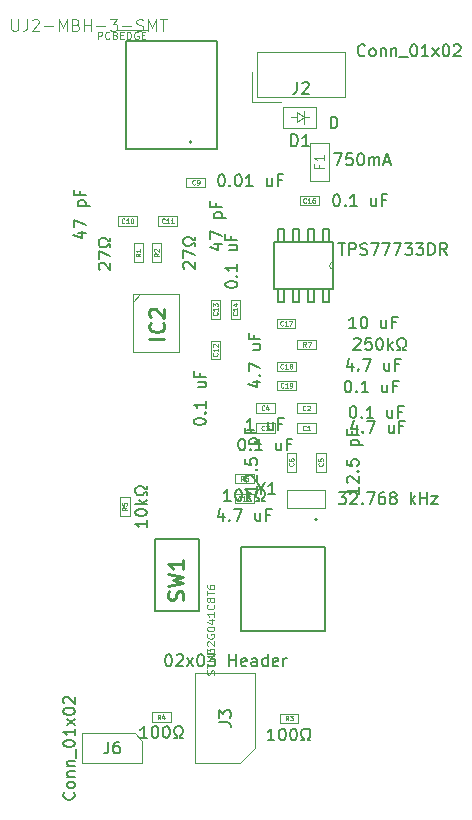
<source format=gbr>
G04 #@! TF.GenerationSoftware,KiCad,Pcbnew,(5.1.4)-1*
G04 #@! TF.CreationDate,2020-03-25T13:11:37-05:00*
G04 #@! TF.ProjectId,ExOneMicrorocessor,45784f6e-654d-4696-9372-6f726f636573,rev?*
G04 #@! TF.SameCoordinates,Original*
G04 #@! TF.FileFunction,Other,Fab,Top*
%FSLAX46Y46*%
G04 Gerber Fmt 4.6, Leading zero omitted, Abs format (unit mm)*
G04 Created by KiCad (PCBNEW (5.1.4)-1) date 2020-03-25 13:11:37*
%MOMM*%
%LPD*%
G04 APERTURE LIST*
%ADD10C,0.100000*%
%ADD11C,0.200000*%
%ADD12C,0.160000*%
%ADD13C,0.127000*%
%ADD14C,0.152400*%
%ADD15C,0.150000*%
%ADD16C,0.254000*%
%ADD17C,0.015000*%
%ADD18C,0.060000*%
%ADD19C,0.120000*%
G04 APERTURE END LIST*
D10*
X147370800Y-123672600D02*
X148005800Y-124307600D01*
X142925800Y-123672600D02*
X147370800Y-123672600D01*
X142925800Y-126212600D02*
X142925800Y-123672600D01*
X148005800Y-126212600D02*
X142925800Y-126212600D01*
X148005800Y-124307600D02*
X148005800Y-126212600D01*
D11*
X149076800Y-113362200D02*
X152776800Y-113362200D01*
X149076800Y-107262200D02*
X149076800Y-113362200D01*
X152776800Y-107262200D02*
X149076800Y-107262200D01*
X152776800Y-113362200D02*
X152776800Y-107262200D01*
D12*
X152175200Y-73644900D02*
G75*
G03X152175200Y-73644900I-80000J0D01*
G01*
D13*
X154355200Y-65044900D02*
X154355200Y-74244900D01*
X146635200Y-65044900D02*
X154355200Y-65044900D01*
X146635200Y-65644900D02*
X146635200Y-65044900D01*
X146635200Y-74244900D02*
X146635200Y-65644900D01*
X154355200Y-74244900D02*
X146635200Y-74244900D01*
X156403960Y-107905200D02*
X163503960Y-107905200D01*
X156403960Y-115005200D02*
X163503960Y-115005200D01*
X163503960Y-115005200D02*
X163503960Y-107905200D01*
X156403960Y-115005200D02*
X156403960Y-107905200D01*
D11*
X162803960Y-105595200D02*
G75*
G03X162803960Y-105595200I-100000J0D01*
G01*
D10*
X160289440Y-104585200D02*
X163489440Y-104585200D01*
X160289440Y-103085200D02*
X163489440Y-103085200D01*
X163489440Y-103085200D02*
X163489440Y-104585200D01*
X160289440Y-103085200D02*
X160289440Y-104585200D01*
X164185600Y-84404200D02*
G75*
G02X164185600Y-83794600I0J304800D01*
G01*
D14*
X164185600Y-82092800D02*
X159207200Y-82092800D01*
X164185600Y-83794600D02*
X164185600Y-82092800D01*
X164185600Y-84404200D02*
X164185600Y-83794600D01*
X164185600Y-86106000D02*
X164185600Y-84404200D01*
X159207200Y-86106000D02*
X164185600Y-86106000D01*
X159207200Y-82092800D02*
X159207200Y-86106000D01*
X163855400Y-87198200D02*
X163855400Y-86106000D01*
X163347400Y-87198200D02*
X163855400Y-87198200D01*
X163347400Y-86106000D02*
X163347400Y-87198200D01*
X163855400Y-86106000D02*
X163347400Y-86106000D01*
X162585400Y-87198200D02*
X162585400Y-86106000D01*
X162077400Y-87198200D02*
X162585400Y-87198200D01*
X162077400Y-86106000D02*
X162077400Y-87198200D01*
X162585400Y-86106000D02*
X162077400Y-86106000D01*
X161315400Y-87198200D02*
X161315400Y-86106000D01*
X160807400Y-87198200D02*
X161315400Y-87198200D01*
X160807400Y-86106000D02*
X160807400Y-87198200D01*
X161315400Y-86106000D02*
X160807400Y-86106000D01*
X160045400Y-87198200D02*
X160045400Y-86106000D01*
X159537400Y-87198200D02*
X160045400Y-87198200D01*
X159537400Y-86106000D02*
X159537400Y-87198200D01*
X160045400Y-86106000D02*
X159537400Y-86106000D01*
X159537400Y-81000600D02*
X159537400Y-82092800D01*
X160045400Y-81000600D02*
X159537400Y-81000600D01*
X160045400Y-82092800D02*
X160045400Y-81000600D01*
X159537400Y-82092800D02*
X160045400Y-82092800D01*
X160807400Y-81000600D02*
X160807400Y-82092800D01*
X161315400Y-81000600D02*
X160807400Y-81000600D01*
X161315400Y-82092800D02*
X161315400Y-81000600D01*
X160807400Y-82092800D02*
X161315400Y-82092800D01*
X162077400Y-81000600D02*
X162077400Y-82092800D01*
X162585400Y-81000600D02*
X162077400Y-81000600D01*
X162585400Y-82092800D02*
X162585400Y-81000600D01*
X162077400Y-82092800D02*
X162585400Y-82092800D01*
X163347400Y-81000600D02*
X163347400Y-82092800D01*
X163855400Y-81000600D02*
X163347400Y-81000600D01*
X163855400Y-82092800D02*
X163855400Y-81000600D01*
X163347400Y-82092800D02*
X163855400Y-82092800D01*
D10*
X162736400Y-91166900D02*
X161136400Y-91166900D01*
X162736400Y-90366900D02*
X162736400Y-91166900D01*
X161136400Y-90366900D02*
X162736400Y-90366900D01*
X161136400Y-91166900D02*
X161136400Y-90366900D01*
X157455800Y-102533400D02*
X155855800Y-102533400D01*
X157455800Y-101733400D02*
X157455800Y-102533400D01*
X155855800Y-101733400D02*
X157455800Y-101733400D01*
X155855800Y-102533400D02*
X155855800Y-101733400D01*
X146932600Y-103695600D02*
X146932600Y-105295600D01*
X146132600Y-103695600D02*
X146932600Y-103695600D01*
X146132600Y-105295600D02*
X146132600Y-103695600D01*
X146932600Y-105295600D02*
X146132600Y-105295600D01*
X150414920Y-122726400D02*
X148814920Y-122726400D01*
X150414920Y-121926400D02*
X150414920Y-122726400D01*
X148814920Y-121926400D02*
X150414920Y-121926400D01*
X148814920Y-122726400D02*
X148814920Y-121926400D01*
X161237800Y-122812760D02*
X159637800Y-122812760D01*
X161237800Y-122012760D02*
X161237800Y-122812760D01*
X159637800Y-122012760D02*
X161237800Y-122012760D01*
X159637800Y-122812760D02*
X159637800Y-122012760D01*
X149637700Y-82194500D02*
X149637700Y-83794500D01*
X148837700Y-82194500D02*
X149637700Y-82194500D01*
X148837700Y-83794500D02*
X148837700Y-82194500D01*
X149637700Y-83794500D02*
X148837700Y-83794500D01*
X148075600Y-82193200D02*
X148075600Y-83793200D01*
X147275600Y-82193200D02*
X148075600Y-82193200D01*
X147275600Y-83793200D02*
X147275600Y-82193200D01*
X148075600Y-83793200D02*
X147275600Y-83793200D01*
X157594300Y-124955300D02*
X156324300Y-126225300D01*
X157594300Y-118605300D02*
X157594300Y-124955300D01*
X152514300Y-118605300D02*
X157594300Y-118605300D01*
X152514300Y-126225300D02*
X152514300Y-118605300D01*
X156324300Y-126225300D02*
X152514300Y-126225300D01*
X157289700Y-70199400D02*
X159789700Y-70199400D01*
X157289700Y-67699400D02*
X157289700Y-70199400D01*
X165199700Y-65989400D02*
X157699700Y-65989400D01*
X165199700Y-69789400D02*
X165199700Y-65989400D01*
X157699700Y-69789400D02*
X165199700Y-69789400D01*
X157699700Y-65989400D02*
X157699700Y-69789400D01*
X147224200Y-87160200D02*
X147860200Y-86525200D01*
X147224200Y-91427200D02*
X147224200Y-86525200D01*
X151124200Y-91427200D02*
X147224200Y-91427200D01*
X151124200Y-86525200D02*
X151124200Y-91427200D01*
X147224200Y-86525200D02*
X151124200Y-86525200D01*
X163804500Y-73696700D02*
X163804500Y-76896700D01*
X162204500Y-73696700D02*
X163804500Y-73696700D01*
X162204500Y-76896700D02*
X162204500Y-73696700D01*
X163804500Y-76896700D02*
X162204500Y-76896700D01*
X162754500Y-72426400D02*
X159954500Y-72426400D01*
X159954500Y-72426400D02*
X159954500Y-70626400D01*
X159954500Y-70626400D02*
X162754500Y-70626400D01*
X162754500Y-70626400D02*
X162754500Y-72426400D01*
X162104500Y-71526400D02*
X161704500Y-71526400D01*
X161704500Y-71526400D02*
X161704500Y-72076400D01*
X161704500Y-71526400D02*
X161704500Y-70976400D01*
X161704500Y-71526400D02*
X161104500Y-71926400D01*
X161104500Y-71926400D02*
X161104500Y-71126400D01*
X161104500Y-71126400D02*
X161704500Y-71526400D01*
X161104500Y-71526400D02*
X160604500Y-71526400D01*
X161023200Y-94646700D02*
X159423200Y-94646700D01*
X161023200Y-93846700D02*
X161023200Y-94646700D01*
X159423200Y-93846700D02*
X161023200Y-93846700D01*
X159423200Y-94646700D02*
X159423200Y-93846700D01*
X161011800Y-93033800D02*
X159411800Y-93033800D01*
X161011800Y-92233800D02*
X161011800Y-93033800D01*
X159411800Y-92233800D02*
X161011800Y-92233800D01*
X159411800Y-93033800D02*
X159411800Y-92233800D01*
X160985100Y-89388900D02*
X159385100Y-89388900D01*
X160985100Y-88588900D02*
X160985100Y-89388900D01*
X159385100Y-88588900D02*
X160985100Y-88588900D01*
X159385100Y-89388900D02*
X159385100Y-88588900D01*
X162942200Y-79000300D02*
X161342200Y-79000300D01*
X162942200Y-78200300D02*
X162942200Y-79000300D01*
X161342200Y-78200300D02*
X162942200Y-78200300D01*
X161342200Y-79000300D02*
X161342200Y-78200300D01*
X157455800Y-104209800D02*
X155855800Y-104209800D01*
X157455800Y-103409800D02*
X157455800Y-104209800D01*
X155855800Y-103409800D02*
X157455800Y-103409800D01*
X155855800Y-104209800D02*
X155855800Y-103409800D01*
X155492500Y-88595100D02*
X155492500Y-86995100D01*
X156292500Y-88595100D02*
X155492500Y-88595100D01*
X156292500Y-86995100D02*
X156292500Y-88595100D01*
X155492500Y-86995100D02*
X156292500Y-86995100D01*
X154603400Y-86993800D02*
X154603400Y-88593800D01*
X153803400Y-86993800D02*
X154603400Y-86993800D01*
X153803400Y-88593800D02*
X153803400Y-86993800D01*
X154603400Y-88593800D02*
X153803400Y-88593800D01*
X153803400Y-92035500D02*
X153803400Y-90435500D01*
X154603400Y-92035500D02*
X153803400Y-92035500D01*
X154603400Y-90435500D02*
X154603400Y-92035500D01*
X153803400Y-90435500D02*
X154603400Y-90435500D01*
X150963500Y-80714800D02*
X149363500Y-80714800D01*
X150963500Y-79914800D02*
X150963500Y-80714800D01*
X149363500Y-79914800D02*
X150963500Y-79914800D01*
X149363500Y-80714800D02*
X149363500Y-79914800D01*
X145959900Y-79914800D02*
X147559900Y-79914800D01*
X145959900Y-80714800D02*
X145959900Y-79914800D01*
X147559900Y-80714800D02*
X145959900Y-80714800D01*
X147559900Y-79914800D02*
X147559900Y-80714800D01*
X153353700Y-77450900D02*
X151753700Y-77450900D01*
X153353700Y-76650900D02*
X153353700Y-77450900D01*
X151753700Y-76650900D02*
X153353700Y-76650900D01*
X151753700Y-77450900D02*
X151753700Y-76650900D01*
X160239760Y-101535160D02*
X160239760Y-99935160D01*
X161039760Y-101535160D02*
X160239760Y-101535160D01*
X161039760Y-99935160D02*
X161039760Y-101535160D01*
X160239760Y-99935160D02*
X161039760Y-99935160D01*
X162739120Y-101530080D02*
X162739120Y-99930080D01*
X163539120Y-101530080D02*
X162739120Y-101530080D01*
X163539120Y-99930080D02*
X163539120Y-101530080D01*
X162739120Y-99930080D02*
X163539120Y-99930080D01*
X159223640Y-96544080D02*
X157623640Y-96544080D01*
X159223640Y-95744080D02*
X159223640Y-96544080D01*
X157623640Y-95744080D02*
X159223640Y-95744080D01*
X157623640Y-96544080D02*
X157623640Y-95744080D01*
X159218560Y-98256040D02*
X157618560Y-98256040D01*
X159218560Y-97456040D02*
X159218560Y-98256040D01*
X157618560Y-97456040D02*
X159218560Y-97456040D01*
X157618560Y-98256040D02*
X157618560Y-97456040D01*
X161098360Y-95754240D02*
X162698360Y-95754240D01*
X161098360Y-96554240D02*
X161098360Y-95754240D01*
X162698360Y-96554240D02*
X161098360Y-96554240D01*
X162698360Y-95754240D02*
X162698360Y-96554240D01*
X161100840Y-97450960D02*
X162700840Y-97450960D01*
X161100840Y-98250960D02*
X161100840Y-97450960D01*
X162700840Y-98250960D02*
X161100840Y-98250960D01*
X162700840Y-97450960D02*
X162700840Y-98250960D01*
D15*
X142222942Y-128680695D02*
X142270561Y-128728314D01*
X142318180Y-128871171D01*
X142318180Y-128966409D01*
X142270561Y-129109266D01*
X142175323Y-129204504D01*
X142080085Y-129252123D01*
X141889609Y-129299742D01*
X141746752Y-129299742D01*
X141556276Y-129252123D01*
X141461038Y-129204504D01*
X141365800Y-129109266D01*
X141318180Y-128966409D01*
X141318180Y-128871171D01*
X141365800Y-128728314D01*
X141413419Y-128680695D01*
X142318180Y-128109266D02*
X142270561Y-128204504D01*
X142222942Y-128252123D01*
X142127704Y-128299742D01*
X141841990Y-128299742D01*
X141746752Y-128252123D01*
X141699133Y-128204504D01*
X141651514Y-128109266D01*
X141651514Y-127966409D01*
X141699133Y-127871171D01*
X141746752Y-127823552D01*
X141841990Y-127775933D01*
X142127704Y-127775933D01*
X142222942Y-127823552D01*
X142270561Y-127871171D01*
X142318180Y-127966409D01*
X142318180Y-128109266D01*
X141651514Y-127347361D02*
X142318180Y-127347361D01*
X141746752Y-127347361D02*
X141699133Y-127299742D01*
X141651514Y-127204504D01*
X141651514Y-127061647D01*
X141699133Y-126966409D01*
X141794371Y-126918790D01*
X142318180Y-126918790D01*
X141651514Y-126442600D02*
X142318180Y-126442600D01*
X141746752Y-126442600D02*
X141699133Y-126394980D01*
X141651514Y-126299742D01*
X141651514Y-126156885D01*
X141699133Y-126061647D01*
X141794371Y-126014028D01*
X142318180Y-126014028D01*
X142413419Y-125775933D02*
X142413419Y-125014028D01*
X141318180Y-124585457D02*
X141318180Y-124490219D01*
X141365800Y-124394980D01*
X141413419Y-124347361D01*
X141508657Y-124299742D01*
X141699133Y-124252123D01*
X141937228Y-124252123D01*
X142127704Y-124299742D01*
X142222942Y-124347361D01*
X142270561Y-124394980D01*
X142318180Y-124490219D01*
X142318180Y-124585457D01*
X142270561Y-124680695D01*
X142222942Y-124728314D01*
X142127704Y-124775933D01*
X141937228Y-124823552D01*
X141699133Y-124823552D01*
X141508657Y-124775933D01*
X141413419Y-124728314D01*
X141365800Y-124680695D01*
X141318180Y-124585457D01*
X142318180Y-123299742D02*
X142318180Y-123871171D01*
X142318180Y-123585457D02*
X141318180Y-123585457D01*
X141461038Y-123680695D01*
X141556276Y-123775933D01*
X141603895Y-123871171D01*
X142318180Y-122966409D02*
X141651514Y-122442600D01*
X141651514Y-122966409D02*
X142318180Y-122442600D01*
X141318180Y-121871171D02*
X141318180Y-121775933D01*
X141365800Y-121680695D01*
X141413419Y-121633076D01*
X141508657Y-121585457D01*
X141699133Y-121537838D01*
X141937228Y-121537838D01*
X142127704Y-121585457D01*
X142222942Y-121633076D01*
X142270561Y-121680695D01*
X142318180Y-121775933D01*
X142318180Y-121871171D01*
X142270561Y-121966409D01*
X142222942Y-122014028D01*
X142127704Y-122061647D01*
X141937228Y-122109266D01*
X141699133Y-122109266D01*
X141508657Y-122061647D01*
X141413419Y-122014028D01*
X141365800Y-121966409D01*
X141318180Y-121871171D01*
X141413419Y-121156885D02*
X141365800Y-121109266D01*
X141318180Y-121014028D01*
X141318180Y-120775933D01*
X141365800Y-120680695D01*
X141413419Y-120633076D01*
X141508657Y-120585457D01*
X141603895Y-120585457D01*
X141746752Y-120633076D01*
X142318180Y-121204504D01*
X142318180Y-120585457D01*
X145132466Y-124394980D02*
X145132466Y-125109266D01*
X145084847Y-125252123D01*
X144989609Y-125347361D01*
X144846752Y-125394980D01*
X144751514Y-125394980D01*
X146037228Y-124394980D02*
X145846752Y-124394980D01*
X145751514Y-124442600D01*
X145703895Y-124490219D01*
X145608657Y-124633076D01*
X145561038Y-124823552D01*
X145561038Y-125204504D01*
X145608657Y-125299742D01*
X145656276Y-125347361D01*
X145751514Y-125394980D01*
X145941990Y-125394980D01*
X146037228Y-125347361D01*
X146084847Y-125299742D01*
X146132466Y-125204504D01*
X146132466Y-124966409D01*
X146084847Y-124871171D01*
X146037228Y-124823552D01*
X145941990Y-124775933D01*
X145751514Y-124775933D01*
X145656276Y-124823552D01*
X145608657Y-124871171D01*
X145561038Y-124966409D01*
D16*
X151440847Y-112405533D02*
X151501323Y-112224104D01*
X151501323Y-111921723D01*
X151440847Y-111800771D01*
X151380371Y-111740295D01*
X151259419Y-111679819D01*
X151138466Y-111679819D01*
X151017514Y-111740295D01*
X150957038Y-111800771D01*
X150896561Y-111921723D01*
X150836085Y-112163628D01*
X150775609Y-112284580D01*
X150715133Y-112345057D01*
X150594180Y-112405533D01*
X150473228Y-112405533D01*
X150352276Y-112345057D01*
X150291800Y-112284580D01*
X150231323Y-112163628D01*
X150231323Y-111861247D01*
X150291800Y-111679819D01*
X150231323Y-111256485D02*
X151501323Y-110954104D01*
X150594180Y-110712200D01*
X151501323Y-110470295D01*
X150231323Y-110167914D01*
X151501323Y-109018866D02*
X151501323Y-109744580D01*
X151501323Y-109381723D02*
X150231323Y-109381723D01*
X150412752Y-109502676D01*
X150533704Y-109623628D01*
X150594180Y-109744580D01*
D17*
X136928017Y-63217208D02*
X136928017Y-64027918D01*
X136975706Y-64123296D01*
X137023395Y-64170984D01*
X137118772Y-64218673D01*
X137309527Y-64218673D01*
X137404905Y-64170984D01*
X137452594Y-64123296D01*
X137500283Y-64027918D01*
X137500283Y-63217208D01*
X138263304Y-63217208D02*
X138263304Y-63932540D01*
X138215615Y-64075607D01*
X138120237Y-64170984D01*
X137977171Y-64218673D01*
X137881793Y-64218673D01*
X138692503Y-63312586D02*
X138740192Y-63264897D01*
X138835569Y-63217208D01*
X139074013Y-63217208D01*
X139169391Y-63264897D01*
X139217080Y-63312586D01*
X139264769Y-63407963D01*
X139264769Y-63503341D01*
X139217080Y-63646407D01*
X138644814Y-64218673D01*
X139264769Y-64218673D01*
X139693968Y-63837163D02*
X140456989Y-63837163D01*
X140933877Y-64218673D02*
X140933877Y-63217208D01*
X141267699Y-63932540D01*
X141601520Y-63217208D01*
X141601520Y-64218673D01*
X142412230Y-63694096D02*
X142555297Y-63741785D01*
X142602985Y-63789474D01*
X142650674Y-63884852D01*
X142650674Y-64027918D01*
X142602985Y-64123296D01*
X142555297Y-64170984D01*
X142459919Y-64218673D01*
X142078408Y-64218673D01*
X142078408Y-63217208D01*
X142412230Y-63217208D01*
X142507608Y-63264897D01*
X142555297Y-63312586D01*
X142602985Y-63407963D01*
X142602985Y-63503341D01*
X142555297Y-63598719D01*
X142507608Y-63646407D01*
X142412230Y-63694096D01*
X142078408Y-63694096D01*
X143079873Y-64218673D02*
X143079873Y-63217208D01*
X143079873Y-63694096D02*
X143652139Y-63694096D01*
X143652139Y-64218673D02*
X143652139Y-63217208D01*
X144129027Y-63837163D02*
X144892048Y-63837163D01*
X145273559Y-63217208D02*
X145893513Y-63217208D01*
X145559692Y-63598719D01*
X145702758Y-63598719D01*
X145798136Y-63646407D01*
X145845824Y-63694096D01*
X145893513Y-63789474D01*
X145893513Y-64027918D01*
X145845824Y-64123296D01*
X145798136Y-64170984D01*
X145702758Y-64218673D01*
X145416625Y-64218673D01*
X145321247Y-64170984D01*
X145273559Y-64123296D01*
X146322712Y-63837163D02*
X147085733Y-63837163D01*
X147514933Y-64170984D02*
X147657999Y-64218673D01*
X147896443Y-64218673D01*
X147991821Y-64170984D01*
X148039510Y-64123296D01*
X148087198Y-64027918D01*
X148087198Y-63932540D01*
X148039510Y-63837163D01*
X147991821Y-63789474D01*
X147896443Y-63741785D01*
X147705688Y-63694096D01*
X147610310Y-63646407D01*
X147562622Y-63598719D01*
X147514933Y-63503341D01*
X147514933Y-63407963D01*
X147562622Y-63312586D01*
X147610310Y-63264897D01*
X147705688Y-63217208D01*
X147944132Y-63217208D01*
X148087198Y-63264897D01*
X148516398Y-64218673D02*
X148516398Y-63217208D01*
X148850219Y-63932540D01*
X149184041Y-63217208D01*
X149184041Y-64218673D01*
X149517863Y-63217208D02*
X150090128Y-63217208D01*
X149803996Y-64218673D02*
X149803996Y-63217208D01*
X144242026Y-64920670D02*
X144242026Y-64290072D01*
X144482254Y-64290072D01*
X144542311Y-64320101D01*
X144572339Y-64350129D01*
X144602368Y-64410186D01*
X144602368Y-64500271D01*
X144572339Y-64560328D01*
X144542311Y-64590357D01*
X144482254Y-64620385D01*
X144242026Y-64620385D01*
X145232966Y-64860613D02*
X145202937Y-64890642D01*
X145112852Y-64920670D01*
X145052795Y-64920670D01*
X144962709Y-64890642D01*
X144902652Y-64830585D01*
X144872624Y-64770528D01*
X144842595Y-64650414D01*
X144842595Y-64560328D01*
X144872624Y-64440214D01*
X144902652Y-64380157D01*
X144962709Y-64320101D01*
X145052795Y-64290072D01*
X145112852Y-64290072D01*
X145202937Y-64320101D01*
X145232966Y-64350129D01*
X145713421Y-64590357D02*
X145803507Y-64620385D01*
X145833535Y-64650414D01*
X145863564Y-64710471D01*
X145863564Y-64800556D01*
X145833535Y-64860613D01*
X145803507Y-64890642D01*
X145743450Y-64920670D01*
X145503222Y-64920670D01*
X145503222Y-64290072D01*
X145713421Y-64290072D01*
X145773478Y-64320101D01*
X145803507Y-64350129D01*
X145833535Y-64410186D01*
X145833535Y-64470243D01*
X145803507Y-64530300D01*
X145773478Y-64560328D01*
X145713421Y-64590357D01*
X145503222Y-64590357D01*
X145983677Y-64161869D02*
X146554219Y-64161869D01*
X146133820Y-64590357D02*
X146344019Y-64590357D01*
X146434105Y-64920670D02*
X146133820Y-64920670D01*
X146133820Y-64290072D01*
X146434105Y-64290072D01*
X146554219Y-64161869D02*
X147184817Y-64161869D01*
X146704361Y-64920670D02*
X146704361Y-64290072D01*
X146854503Y-64290072D01*
X146944589Y-64320101D01*
X147004646Y-64380157D01*
X147034674Y-64440214D01*
X147064703Y-64560328D01*
X147064703Y-64650414D01*
X147034674Y-64770528D01*
X147004646Y-64830585D01*
X146944589Y-64890642D01*
X146854503Y-64920670D01*
X146704361Y-64920670D01*
X147184817Y-64161869D02*
X147815415Y-64161869D01*
X147665272Y-64320101D02*
X147605215Y-64290072D01*
X147515130Y-64290072D01*
X147425044Y-64320101D01*
X147364987Y-64380157D01*
X147334959Y-64440214D01*
X147304930Y-64560328D01*
X147304930Y-64650414D01*
X147334959Y-64770528D01*
X147364987Y-64830585D01*
X147425044Y-64890642D01*
X147515130Y-64920670D01*
X147575187Y-64920670D01*
X147665272Y-64890642D01*
X147695301Y-64860613D01*
X147695301Y-64650414D01*
X147575187Y-64650414D01*
X147815415Y-64161869D02*
X148385956Y-64161869D01*
X147965557Y-64590357D02*
X148175756Y-64590357D01*
X148265842Y-64920670D02*
X147965557Y-64920670D01*
X147965557Y-64290072D01*
X148265842Y-64290072D01*
X154091607Y-118719123D02*
X154122083Y-118627695D01*
X154122083Y-118475314D01*
X154091607Y-118414361D01*
X154061131Y-118383885D01*
X154000179Y-118353409D01*
X153939226Y-118353409D01*
X153878274Y-118383885D01*
X153847798Y-118414361D01*
X153817321Y-118475314D01*
X153786845Y-118597219D01*
X153756369Y-118658171D01*
X153725893Y-118688647D01*
X153664940Y-118719123D01*
X153603988Y-118719123D01*
X153543036Y-118688647D01*
X153512560Y-118658171D01*
X153482083Y-118597219D01*
X153482083Y-118444838D01*
X153512560Y-118353409D01*
X153482083Y-118170552D02*
X153482083Y-117804838D01*
X154122083Y-117987695D02*
X153482083Y-117987695D01*
X154122083Y-117591504D02*
X153482083Y-117591504D01*
X153939226Y-117378171D01*
X153482083Y-117164838D01*
X154122083Y-117164838D01*
X153482083Y-116921028D02*
X153482083Y-116524838D01*
X153725893Y-116738171D01*
X153725893Y-116646742D01*
X153756369Y-116585790D01*
X153786845Y-116555314D01*
X153847798Y-116524838D01*
X154000179Y-116524838D01*
X154061131Y-116555314D01*
X154091607Y-116585790D01*
X154122083Y-116646742D01*
X154122083Y-116829600D01*
X154091607Y-116890552D01*
X154061131Y-116921028D01*
X153543036Y-116281028D02*
X153512560Y-116250552D01*
X153482083Y-116189600D01*
X153482083Y-116037219D01*
X153512560Y-115976266D01*
X153543036Y-115945790D01*
X153603988Y-115915314D01*
X153664940Y-115915314D01*
X153756369Y-115945790D01*
X154122083Y-116311504D01*
X154122083Y-115915314D01*
X153512560Y-115305790D02*
X153482083Y-115366742D01*
X153482083Y-115458171D01*
X153512560Y-115549600D01*
X153573512Y-115610552D01*
X153634464Y-115641028D01*
X153756369Y-115671504D01*
X153847798Y-115671504D01*
X153969702Y-115641028D01*
X154030655Y-115610552D01*
X154091607Y-115549600D01*
X154122083Y-115458171D01*
X154122083Y-115397219D01*
X154091607Y-115305790D01*
X154061131Y-115275314D01*
X153847798Y-115275314D01*
X153847798Y-115397219D01*
X153482083Y-114879123D02*
X153482083Y-114818171D01*
X153512560Y-114757219D01*
X153543036Y-114726742D01*
X153603988Y-114696266D01*
X153725893Y-114665790D01*
X153878274Y-114665790D01*
X154000179Y-114696266D01*
X154061131Y-114726742D01*
X154091607Y-114757219D01*
X154122083Y-114818171D01*
X154122083Y-114879123D01*
X154091607Y-114940076D01*
X154061131Y-114970552D01*
X154000179Y-115001028D01*
X153878274Y-115031504D01*
X153725893Y-115031504D01*
X153603988Y-115001028D01*
X153543036Y-114970552D01*
X153512560Y-114940076D01*
X153482083Y-114879123D01*
X153695417Y-114117219D02*
X154122083Y-114117219D01*
X153451607Y-114269600D02*
X153908750Y-114421980D01*
X153908750Y-114025790D01*
X154122083Y-113446742D02*
X154122083Y-113812457D01*
X154122083Y-113629600D02*
X153482083Y-113629600D01*
X153573512Y-113690552D01*
X153634464Y-113751504D01*
X153664940Y-113812457D01*
X154061131Y-112806742D02*
X154091607Y-112837219D01*
X154122083Y-112928647D01*
X154122083Y-112989600D01*
X154091607Y-113081028D01*
X154030655Y-113141980D01*
X153969702Y-113172457D01*
X153847798Y-113202933D01*
X153756369Y-113202933D01*
X153634464Y-113172457D01*
X153573512Y-113141980D01*
X153512560Y-113081028D01*
X153482083Y-112989600D01*
X153482083Y-112928647D01*
X153512560Y-112837219D01*
X153543036Y-112806742D01*
X153756369Y-112441028D02*
X153725893Y-112501980D01*
X153695417Y-112532457D01*
X153634464Y-112562933D01*
X153603988Y-112562933D01*
X153543036Y-112532457D01*
X153512560Y-112501980D01*
X153482083Y-112441028D01*
X153482083Y-112319123D01*
X153512560Y-112258171D01*
X153543036Y-112227695D01*
X153603988Y-112197219D01*
X153634464Y-112197219D01*
X153695417Y-112227695D01*
X153725893Y-112258171D01*
X153756369Y-112319123D01*
X153756369Y-112441028D01*
X153786845Y-112501980D01*
X153817321Y-112532457D01*
X153878274Y-112562933D01*
X154000179Y-112562933D01*
X154061131Y-112532457D01*
X154091607Y-112501980D01*
X154122083Y-112441028D01*
X154122083Y-112319123D01*
X154091607Y-112258171D01*
X154061131Y-112227695D01*
X154000179Y-112197219D01*
X153878274Y-112197219D01*
X153817321Y-112227695D01*
X153786845Y-112258171D01*
X153756369Y-112319123D01*
X153482083Y-112014361D02*
X153482083Y-111648647D01*
X154122083Y-111831504D02*
X153482083Y-111831504D01*
X153482083Y-111161028D02*
X153482083Y-111282933D01*
X153512560Y-111343885D01*
X153543036Y-111374361D01*
X153634464Y-111435314D01*
X153756369Y-111465790D01*
X154000179Y-111465790D01*
X154061131Y-111435314D01*
X154091607Y-111404838D01*
X154122083Y-111343885D01*
X154122083Y-111221980D01*
X154091607Y-111161028D01*
X154061131Y-111130552D01*
X154000179Y-111100076D01*
X153847798Y-111100076D01*
X153786845Y-111130552D01*
X153756369Y-111161028D01*
X153725893Y-111221980D01*
X153725893Y-111343885D01*
X153756369Y-111404838D01*
X153786845Y-111435314D01*
X153847798Y-111465790D01*
D15*
X164633163Y-103287580D02*
X165252211Y-103287580D01*
X164918878Y-103668533D01*
X165061735Y-103668533D01*
X165156973Y-103716152D01*
X165204592Y-103763771D01*
X165252211Y-103859009D01*
X165252211Y-104097104D01*
X165204592Y-104192342D01*
X165156973Y-104239961D01*
X165061735Y-104287580D01*
X164776020Y-104287580D01*
X164680782Y-104239961D01*
X164633163Y-104192342D01*
X165633163Y-103382819D02*
X165680782Y-103335200D01*
X165776020Y-103287580D01*
X166014116Y-103287580D01*
X166109354Y-103335200D01*
X166156973Y-103382819D01*
X166204592Y-103478057D01*
X166204592Y-103573295D01*
X166156973Y-103716152D01*
X165585544Y-104287580D01*
X166204592Y-104287580D01*
X166633163Y-104192342D02*
X166680782Y-104239961D01*
X166633163Y-104287580D01*
X166585544Y-104239961D01*
X166633163Y-104192342D01*
X166633163Y-104287580D01*
X167014116Y-103287580D02*
X167680782Y-103287580D01*
X167252211Y-104287580D01*
X168490306Y-103287580D02*
X168299830Y-103287580D01*
X168204592Y-103335200D01*
X168156973Y-103382819D01*
X168061735Y-103525676D01*
X168014116Y-103716152D01*
X168014116Y-104097104D01*
X168061735Y-104192342D01*
X168109354Y-104239961D01*
X168204592Y-104287580D01*
X168395068Y-104287580D01*
X168490306Y-104239961D01*
X168537925Y-104192342D01*
X168585544Y-104097104D01*
X168585544Y-103859009D01*
X168537925Y-103763771D01*
X168490306Y-103716152D01*
X168395068Y-103668533D01*
X168204592Y-103668533D01*
X168109354Y-103716152D01*
X168061735Y-103763771D01*
X168014116Y-103859009D01*
X169156973Y-103716152D02*
X169061735Y-103668533D01*
X169014116Y-103620914D01*
X168966497Y-103525676D01*
X168966497Y-103478057D01*
X169014116Y-103382819D01*
X169061735Y-103335200D01*
X169156973Y-103287580D01*
X169347449Y-103287580D01*
X169442687Y-103335200D01*
X169490306Y-103382819D01*
X169537925Y-103478057D01*
X169537925Y-103525676D01*
X169490306Y-103620914D01*
X169442687Y-103668533D01*
X169347449Y-103716152D01*
X169156973Y-103716152D01*
X169061735Y-103763771D01*
X169014116Y-103811390D01*
X168966497Y-103906628D01*
X168966497Y-104097104D01*
X169014116Y-104192342D01*
X169061735Y-104239961D01*
X169156973Y-104287580D01*
X169347449Y-104287580D01*
X169442687Y-104239961D01*
X169490306Y-104192342D01*
X169537925Y-104097104D01*
X169537925Y-103906628D01*
X169490306Y-103811390D01*
X169442687Y-103763771D01*
X169347449Y-103716152D01*
X170728401Y-104287580D02*
X170728401Y-103287580D01*
X170823640Y-103906628D02*
X171109354Y-104287580D01*
X171109354Y-103620914D02*
X170728401Y-104001866D01*
X171537925Y-104287580D02*
X171537925Y-103287580D01*
X171537925Y-103763771D02*
X172109354Y-103763771D01*
X172109354Y-104287580D02*
X172109354Y-103287580D01*
X172490306Y-103620914D02*
X173014116Y-103620914D01*
X172490306Y-104287580D01*
X173014116Y-104287580D01*
X158070609Y-102963030D02*
X158070609Y-103439220D01*
X157737276Y-102439220D02*
X158070609Y-102963030D01*
X158403942Y-102439220D01*
X159261085Y-103439220D02*
X158689657Y-103439220D01*
X158975371Y-103439220D02*
X158975371Y-102439220D01*
X158880133Y-102582078D01*
X158784895Y-102677316D01*
X158689657Y-102724935D01*
X164622742Y-82180180D02*
X165194171Y-82180180D01*
X164908457Y-83180180D02*
X164908457Y-82180180D01*
X165527504Y-83180180D02*
X165527504Y-82180180D01*
X165908457Y-82180180D01*
X166003695Y-82227800D01*
X166051314Y-82275419D01*
X166098933Y-82370657D01*
X166098933Y-82513514D01*
X166051314Y-82608752D01*
X166003695Y-82656371D01*
X165908457Y-82703990D01*
X165527504Y-82703990D01*
X166479885Y-83132561D02*
X166622742Y-83180180D01*
X166860838Y-83180180D01*
X166956076Y-83132561D01*
X167003695Y-83084942D01*
X167051314Y-82989704D01*
X167051314Y-82894466D01*
X167003695Y-82799228D01*
X166956076Y-82751609D01*
X166860838Y-82703990D01*
X166670361Y-82656371D01*
X166575123Y-82608752D01*
X166527504Y-82561133D01*
X166479885Y-82465895D01*
X166479885Y-82370657D01*
X166527504Y-82275419D01*
X166575123Y-82227800D01*
X166670361Y-82180180D01*
X166908457Y-82180180D01*
X167051314Y-82227800D01*
X167384647Y-82180180D02*
X168051314Y-82180180D01*
X167622742Y-83180180D01*
X168337028Y-82180180D02*
X169003695Y-82180180D01*
X168575123Y-83180180D01*
X169289409Y-82180180D02*
X169956076Y-82180180D01*
X169527504Y-83180180D01*
X170241790Y-82180180D02*
X170860838Y-82180180D01*
X170527504Y-82561133D01*
X170670361Y-82561133D01*
X170765600Y-82608752D01*
X170813219Y-82656371D01*
X170860838Y-82751609D01*
X170860838Y-82989704D01*
X170813219Y-83084942D01*
X170765600Y-83132561D01*
X170670361Y-83180180D01*
X170384647Y-83180180D01*
X170289409Y-83132561D01*
X170241790Y-83084942D01*
X171194171Y-82180180D02*
X171813219Y-82180180D01*
X171479885Y-82561133D01*
X171622742Y-82561133D01*
X171717980Y-82608752D01*
X171765600Y-82656371D01*
X171813219Y-82751609D01*
X171813219Y-82989704D01*
X171765600Y-83084942D01*
X171717980Y-83132561D01*
X171622742Y-83180180D01*
X171337028Y-83180180D01*
X171241790Y-83132561D01*
X171194171Y-83084942D01*
X172241790Y-83180180D02*
X172241790Y-82180180D01*
X172479885Y-82180180D01*
X172622742Y-82227800D01*
X172717980Y-82323038D01*
X172765600Y-82418276D01*
X172813219Y-82608752D01*
X172813219Y-82751609D01*
X172765600Y-82942085D01*
X172717980Y-83037323D01*
X172622742Y-83132561D01*
X172479885Y-83180180D01*
X172241790Y-83180180D01*
X173813219Y-83180180D02*
X173479885Y-82703990D01*
X173241790Y-83180180D02*
X173241790Y-82180180D01*
X173622742Y-82180180D01*
X173717980Y-82227800D01*
X173765600Y-82275419D01*
X173813219Y-82370657D01*
X173813219Y-82513514D01*
X173765600Y-82608752D01*
X173717980Y-82656371D01*
X173622742Y-82703990D01*
X173241790Y-82703990D01*
X165921014Y-90314519D02*
X165968633Y-90266900D01*
X166063871Y-90219280D01*
X166301966Y-90219280D01*
X166397204Y-90266900D01*
X166444823Y-90314519D01*
X166492442Y-90409757D01*
X166492442Y-90504995D01*
X166444823Y-90647852D01*
X165873395Y-91219280D01*
X166492442Y-91219280D01*
X167397204Y-90219280D02*
X166921014Y-90219280D01*
X166873395Y-90695471D01*
X166921014Y-90647852D01*
X167016252Y-90600233D01*
X167254347Y-90600233D01*
X167349585Y-90647852D01*
X167397204Y-90695471D01*
X167444823Y-90790709D01*
X167444823Y-91028804D01*
X167397204Y-91124042D01*
X167349585Y-91171661D01*
X167254347Y-91219280D01*
X167016252Y-91219280D01*
X166921014Y-91171661D01*
X166873395Y-91124042D01*
X168063871Y-90219280D02*
X168159109Y-90219280D01*
X168254347Y-90266900D01*
X168301966Y-90314519D01*
X168349585Y-90409757D01*
X168397204Y-90600233D01*
X168397204Y-90838328D01*
X168349585Y-91028804D01*
X168301966Y-91124042D01*
X168254347Y-91171661D01*
X168159109Y-91219280D01*
X168063871Y-91219280D01*
X167968633Y-91171661D01*
X167921014Y-91124042D01*
X167873395Y-91028804D01*
X167825776Y-90838328D01*
X167825776Y-90600233D01*
X167873395Y-90409757D01*
X167921014Y-90314519D01*
X167968633Y-90266900D01*
X168063871Y-90219280D01*
X168825776Y-91219280D02*
X168825776Y-90219280D01*
X168921014Y-90838328D02*
X169206728Y-91219280D01*
X169206728Y-90552614D02*
X168825776Y-90933566D01*
X169587680Y-91219280D02*
X169825776Y-91219280D01*
X169825776Y-91028804D01*
X169730538Y-90981185D01*
X169635300Y-90885947D01*
X169587680Y-90743090D01*
X169587680Y-90504995D01*
X169635300Y-90362138D01*
X169730538Y-90266900D01*
X169873395Y-90219280D01*
X170063871Y-90219280D01*
X170206728Y-90266900D01*
X170301966Y-90362138D01*
X170349585Y-90504995D01*
X170349585Y-90743090D01*
X170301966Y-90885947D01*
X170206728Y-90981185D01*
X170111490Y-91028804D01*
X170111490Y-91219280D01*
X170349585Y-91219280D01*
D18*
X161869733Y-90947852D02*
X161736400Y-90757376D01*
X161641161Y-90947852D02*
X161641161Y-90547852D01*
X161793542Y-90547852D01*
X161831638Y-90566900D01*
X161850685Y-90585947D01*
X161869733Y-90624042D01*
X161869733Y-90681185D01*
X161850685Y-90719280D01*
X161831638Y-90738328D01*
X161793542Y-90757376D01*
X161641161Y-90757376D01*
X162003066Y-90547852D02*
X162269733Y-90547852D01*
X162098304Y-90947852D01*
D15*
X155489133Y-104015780D02*
X154917704Y-104015780D01*
X155203419Y-104015780D02*
X155203419Y-103015780D01*
X155108180Y-103158638D01*
X155012942Y-103253876D01*
X154917704Y-103301495D01*
X156108180Y-103015780D02*
X156203419Y-103015780D01*
X156298657Y-103063400D01*
X156346276Y-103111019D01*
X156393895Y-103206257D01*
X156441514Y-103396733D01*
X156441514Y-103634828D01*
X156393895Y-103825304D01*
X156346276Y-103920542D01*
X156298657Y-103968161D01*
X156203419Y-104015780D01*
X156108180Y-104015780D01*
X156012942Y-103968161D01*
X155965323Y-103920542D01*
X155917704Y-103825304D01*
X155870085Y-103634828D01*
X155870085Y-103396733D01*
X155917704Y-103206257D01*
X155965323Y-103111019D01*
X156012942Y-103063400D01*
X156108180Y-103015780D01*
X156870085Y-104015780D02*
X156870085Y-103015780D01*
X156965323Y-103634828D02*
X157251038Y-104015780D01*
X157251038Y-103349114D02*
X156870085Y-103730066D01*
X157631990Y-104015780D02*
X157870085Y-104015780D01*
X157870085Y-103825304D01*
X157774847Y-103777685D01*
X157679609Y-103682447D01*
X157631990Y-103539590D01*
X157631990Y-103301495D01*
X157679609Y-103158638D01*
X157774847Y-103063400D01*
X157917704Y-103015780D01*
X158108180Y-103015780D01*
X158251038Y-103063400D01*
X158346276Y-103158638D01*
X158393895Y-103301495D01*
X158393895Y-103539590D01*
X158346276Y-103682447D01*
X158251038Y-103777685D01*
X158155800Y-103825304D01*
X158155800Y-104015780D01*
X158393895Y-104015780D01*
D18*
X156589133Y-102314352D02*
X156455800Y-102123876D01*
X156360561Y-102314352D02*
X156360561Y-101914352D01*
X156512942Y-101914352D01*
X156551038Y-101933400D01*
X156570085Y-101952447D01*
X156589133Y-101990542D01*
X156589133Y-102047685D01*
X156570085Y-102085780D01*
X156551038Y-102104828D01*
X156512942Y-102123876D01*
X156360561Y-102123876D01*
X156931990Y-101914352D02*
X156855800Y-101914352D01*
X156817704Y-101933400D01*
X156798657Y-101952447D01*
X156760561Y-102009590D01*
X156741514Y-102085780D01*
X156741514Y-102238161D01*
X156760561Y-102276257D01*
X156779609Y-102295304D01*
X156817704Y-102314352D01*
X156893895Y-102314352D01*
X156931990Y-102295304D01*
X156951038Y-102276257D01*
X156970085Y-102238161D01*
X156970085Y-102142923D01*
X156951038Y-102104828D01*
X156931990Y-102085780D01*
X156893895Y-102066733D01*
X156817704Y-102066733D01*
X156779609Y-102085780D01*
X156760561Y-102104828D01*
X156741514Y-102142923D01*
D15*
X148414980Y-105662266D02*
X148414980Y-106233695D01*
X148414980Y-105947980D02*
X147414980Y-105947980D01*
X147557838Y-106043219D01*
X147653076Y-106138457D01*
X147700695Y-106233695D01*
X147414980Y-105043219D02*
X147414980Y-104947980D01*
X147462600Y-104852742D01*
X147510219Y-104805123D01*
X147605457Y-104757504D01*
X147795933Y-104709885D01*
X148034028Y-104709885D01*
X148224504Y-104757504D01*
X148319742Y-104805123D01*
X148367361Y-104852742D01*
X148414980Y-104947980D01*
X148414980Y-105043219D01*
X148367361Y-105138457D01*
X148319742Y-105186076D01*
X148224504Y-105233695D01*
X148034028Y-105281314D01*
X147795933Y-105281314D01*
X147605457Y-105233695D01*
X147510219Y-105186076D01*
X147462600Y-105138457D01*
X147414980Y-105043219D01*
X148414980Y-104281314D02*
X147414980Y-104281314D01*
X148034028Y-104186076D02*
X148414980Y-103900361D01*
X147748314Y-103900361D02*
X148129266Y-104281314D01*
X148414980Y-103519409D02*
X148414980Y-103281314D01*
X148224504Y-103281314D01*
X148176885Y-103376552D01*
X148081647Y-103471790D01*
X147938790Y-103519409D01*
X147700695Y-103519409D01*
X147557838Y-103471790D01*
X147462600Y-103376552D01*
X147414980Y-103233695D01*
X147414980Y-103043219D01*
X147462600Y-102900361D01*
X147557838Y-102805123D01*
X147700695Y-102757504D01*
X147938790Y-102757504D01*
X148081647Y-102805123D01*
X148176885Y-102900361D01*
X148224504Y-102995600D01*
X148414980Y-102995600D01*
X148414980Y-102757504D01*
D18*
X146713552Y-104562266D02*
X146523076Y-104695600D01*
X146713552Y-104790838D02*
X146313552Y-104790838D01*
X146313552Y-104638457D01*
X146332600Y-104600361D01*
X146351647Y-104581314D01*
X146389742Y-104562266D01*
X146446885Y-104562266D01*
X146484980Y-104581314D01*
X146504028Y-104600361D01*
X146523076Y-104638457D01*
X146523076Y-104790838D01*
X146313552Y-104200361D02*
X146313552Y-104390838D01*
X146504028Y-104409885D01*
X146484980Y-104390838D01*
X146465933Y-104352742D01*
X146465933Y-104257504D01*
X146484980Y-104219409D01*
X146504028Y-104200361D01*
X146542123Y-104181314D01*
X146637361Y-104181314D01*
X146675457Y-104200361D01*
X146694504Y-104219409D01*
X146713552Y-104257504D01*
X146713552Y-104352742D01*
X146694504Y-104390838D01*
X146675457Y-104409885D01*
D15*
X148418704Y-124084340D02*
X147847276Y-124084340D01*
X148132990Y-124084340D02*
X148132990Y-123084340D01*
X148037752Y-123227198D01*
X147942514Y-123322436D01*
X147847276Y-123370055D01*
X149037752Y-123084340D02*
X149132990Y-123084340D01*
X149228228Y-123131960D01*
X149275847Y-123179579D01*
X149323466Y-123274817D01*
X149371085Y-123465293D01*
X149371085Y-123703388D01*
X149323466Y-123893864D01*
X149275847Y-123989102D01*
X149228228Y-124036721D01*
X149132990Y-124084340D01*
X149037752Y-124084340D01*
X148942514Y-124036721D01*
X148894895Y-123989102D01*
X148847276Y-123893864D01*
X148799657Y-123703388D01*
X148799657Y-123465293D01*
X148847276Y-123274817D01*
X148894895Y-123179579D01*
X148942514Y-123131960D01*
X149037752Y-123084340D01*
X149990133Y-123084340D02*
X150085371Y-123084340D01*
X150180609Y-123131960D01*
X150228228Y-123179579D01*
X150275847Y-123274817D01*
X150323466Y-123465293D01*
X150323466Y-123703388D01*
X150275847Y-123893864D01*
X150228228Y-123989102D01*
X150180609Y-124036721D01*
X150085371Y-124084340D01*
X149990133Y-124084340D01*
X149894895Y-124036721D01*
X149847276Y-123989102D01*
X149799657Y-123893864D01*
X149752038Y-123703388D01*
X149752038Y-123465293D01*
X149799657Y-123274817D01*
X149847276Y-123179579D01*
X149894895Y-123131960D01*
X149990133Y-123084340D01*
X150704419Y-124084340D02*
X150942514Y-124084340D01*
X150942514Y-123893864D01*
X150847276Y-123846245D01*
X150752038Y-123751007D01*
X150704419Y-123608150D01*
X150704419Y-123370055D01*
X150752038Y-123227198D01*
X150847276Y-123131960D01*
X150990133Y-123084340D01*
X151180609Y-123084340D01*
X151323466Y-123131960D01*
X151418704Y-123227198D01*
X151466323Y-123370055D01*
X151466323Y-123608150D01*
X151418704Y-123751007D01*
X151323466Y-123846245D01*
X151228228Y-123893864D01*
X151228228Y-124084340D01*
X151466323Y-124084340D01*
D18*
X149548253Y-122507352D02*
X149414920Y-122316876D01*
X149319681Y-122507352D02*
X149319681Y-122107352D01*
X149472062Y-122107352D01*
X149510158Y-122126400D01*
X149529205Y-122145447D01*
X149548253Y-122183542D01*
X149548253Y-122240685D01*
X149529205Y-122278780D01*
X149510158Y-122297828D01*
X149472062Y-122316876D01*
X149319681Y-122316876D01*
X149891110Y-122240685D02*
X149891110Y-122507352D01*
X149795872Y-122088304D02*
X149700634Y-122374019D01*
X149948253Y-122374019D01*
D15*
X159199704Y-124295140D02*
X158628276Y-124295140D01*
X158913990Y-124295140D02*
X158913990Y-123295140D01*
X158818752Y-123437998D01*
X158723514Y-123533236D01*
X158628276Y-123580855D01*
X159818752Y-123295140D02*
X159913990Y-123295140D01*
X160009228Y-123342760D01*
X160056847Y-123390379D01*
X160104466Y-123485617D01*
X160152085Y-123676093D01*
X160152085Y-123914188D01*
X160104466Y-124104664D01*
X160056847Y-124199902D01*
X160009228Y-124247521D01*
X159913990Y-124295140D01*
X159818752Y-124295140D01*
X159723514Y-124247521D01*
X159675895Y-124199902D01*
X159628276Y-124104664D01*
X159580657Y-123914188D01*
X159580657Y-123676093D01*
X159628276Y-123485617D01*
X159675895Y-123390379D01*
X159723514Y-123342760D01*
X159818752Y-123295140D01*
X160771133Y-123295140D02*
X160866371Y-123295140D01*
X160961609Y-123342760D01*
X161009228Y-123390379D01*
X161056847Y-123485617D01*
X161104466Y-123676093D01*
X161104466Y-123914188D01*
X161056847Y-124104664D01*
X161009228Y-124199902D01*
X160961609Y-124247521D01*
X160866371Y-124295140D01*
X160771133Y-124295140D01*
X160675895Y-124247521D01*
X160628276Y-124199902D01*
X160580657Y-124104664D01*
X160533038Y-123914188D01*
X160533038Y-123676093D01*
X160580657Y-123485617D01*
X160628276Y-123390379D01*
X160675895Y-123342760D01*
X160771133Y-123295140D01*
X161485419Y-124295140D02*
X161723514Y-124295140D01*
X161723514Y-124104664D01*
X161628276Y-124057045D01*
X161533038Y-123961807D01*
X161485419Y-123818950D01*
X161485419Y-123580855D01*
X161533038Y-123437998D01*
X161628276Y-123342760D01*
X161771133Y-123295140D01*
X161961609Y-123295140D01*
X162104466Y-123342760D01*
X162199704Y-123437998D01*
X162247323Y-123580855D01*
X162247323Y-123818950D01*
X162199704Y-123961807D01*
X162104466Y-124057045D01*
X162009228Y-124104664D01*
X162009228Y-124295140D01*
X162247323Y-124295140D01*
D18*
X160371133Y-122593712D02*
X160237800Y-122403236D01*
X160142561Y-122593712D02*
X160142561Y-122193712D01*
X160294942Y-122193712D01*
X160333038Y-122212760D01*
X160352085Y-122231807D01*
X160371133Y-122269902D01*
X160371133Y-122327045D01*
X160352085Y-122365140D01*
X160333038Y-122384188D01*
X160294942Y-122403236D01*
X160142561Y-122403236D01*
X160504466Y-122193712D02*
X160752085Y-122193712D01*
X160618752Y-122346093D01*
X160675895Y-122346093D01*
X160713990Y-122365140D01*
X160733038Y-122384188D01*
X160752085Y-122422283D01*
X160752085Y-122517521D01*
X160733038Y-122555617D01*
X160713990Y-122574664D01*
X160675895Y-122593712D01*
X160561609Y-122593712D01*
X160523514Y-122574664D01*
X160504466Y-122555617D01*
D15*
X151553919Y-84339233D02*
X151506300Y-84291614D01*
X151458680Y-84196376D01*
X151458680Y-83958280D01*
X151506300Y-83863042D01*
X151553919Y-83815423D01*
X151649157Y-83767804D01*
X151744395Y-83767804D01*
X151887252Y-83815423D01*
X152458680Y-84386852D01*
X152458680Y-83767804D01*
X151458680Y-83434471D02*
X151458680Y-82767804D01*
X152458680Y-83196376D01*
X152458680Y-82434471D02*
X152458680Y-82196376D01*
X152268204Y-82196376D01*
X152220585Y-82291614D01*
X152125347Y-82386852D01*
X151982490Y-82434471D01*
X151744395Y-82434471D01*
X151601538Y-82386852D01*
X151506300Y-82291614D01*
X151458680Y-82148757D01*
X151458680Y-81958280D01*
X151506300Y-81815423D01*
X151601538Y-81720185D01*
X151744395Y-81672566D01*
X151982490Y-81672566D01*
X152125347Y-81720185D01*
X152220585Y-81815423D01*
X152268204Y-81910661D01*
X152458680Y-81910661D01*
X152458680Y-81672566D01*
D18*
X149418652Y-83061166D02*
X149228176Y-83194500D01*
X149418652Y-83289738D02*
X149018652Y-83289738D01*
X149018652Y-83137357D01*
X149037700Y-83099261D01*
X149056747Y-83080214D01*
X149094842Y-83061166D01*
X149151985Y-83061166D01*
X149190080Y-83080214D01*
X149209128Y-83099261D01*
X149228176Y-83137357D01*
X149228176Y-83289738D01*
X149056747Y-82908785D02*
X149037700Y-82889738D01*
X149018652Y-82851642D01*
X149018652Y-82756404D01*
X149037700Y-82718309D01*
X149056747Y-82699261D01*
X149094842Y-82680214D01*
X149132938Y-82680214D01*
X149190080Y-82699261D01*
X149418652Y-82927833D01*
X149418652Y-82680214D01*
D15*
X144403819Y-84428133D02*
X144356200Y-84380514D01*
X144308580Y-84285276D01*
X144308580Y-84047180D01*
X144356200Y-83951942D01*
X144403819Y-83904323D01*
X144499057Y-83856704D01*
X144594295Y-83856704D01*
X144737152Y-83904323D01*
X145308580Y-84475752D01*
X145308580Y-83856704D01*
X144308580Y-83523371D02*
X144308580Y-82856704D01*
X145308580Y-83285276D01*
X145308580Y-82523371D02*
X145308580Y-82285276D01*
X145118104Y-82285276D01*
X145070485Y-82380514D01*
X144975247Y-82475752D01*
X144832390Y-82523371D01*
X144594295Y-82523371D01*
X144451438Y-82475752D01*
X144356200Y-82380514D01*
X144308580Y-82237657D01*
X144308580Y-82047180D01*
X144356200Y-81904323D01*
X144451438Y-81809085D01*
X144594295Y-81761466D01*
X144832390Y-81761466D01*
X144975247Y-81809085D01*
X145070485Y-81904323D01*
X145118104Y-81999561D01*
X145308580Y-81999561D01*
X145308580Y-81761466D01*
D18*
X147856552Y-83086566D02*
X147666076Y-83219900D01*
X147856552Y-83315138D02*
X147456552Y-83315138D01*
X147456552Y-83162757D01*
X147475600Y-83124661D01*
X147494647Y-83105614D01*
X147532742Y-83086566D01*
X147589885Y-83086566D01*
X147627980Y-83105614D01*
X147647028Y-83124661D01*
X147666076Y-83162757D01*
X147666076Y-83315138D01*
X147856552Y-82705614D02*
X147856552Y-82934185D01*
X147856552Y-82819900D02*
X147456552Y-82819900D01*
X147513695Y-82857995D01*
X147551790Y-82896090D01*
X147570838Y-82934185D01*
D15*
X150197157Y-116997680D02*
X150292395Y-116997680D01*
X150387633Y-117045300D01*
X150435252Y-117092919D01*
X150482871Y-117188157D01*
X150530490Y-117378633D01*
X150530490Y-117616728D01*
X150482871Y-117807204D01*
X150435252Y-117902442D01*
X150387633Y-117950061D01*
X150292395Y-117997680D01*
X150197157Y-117997680D01*
X150101919Y-117950061D01*
X150054300Y-117902442D01*
X150006680Y-117807204D01*
X149959061Y-117616728D01*
X149959061Y-117378633D01*
X150006680Y-117188157D01*
X150054300Y-117092919D01*
X150101919Y-117045300D01*
X150197157Y-116997680D01*
X150911442Y-117092919D02*
X150959061Y-117045300D01*
X151054300Y-116997680D01*
X151292395Y-116997680D01*
X151387633Y-117045300D01*
X151435252Y-117092919D01*
X151482871Y-117188157D01*
X151482871Y-117283395D01*
X151435252Y-117426252D01*
X150863823Y-117997680D01*
X151482871Y-117997680D01*
X151816204Y-117997680D02*
X152340014Y-117331014D01*
X151816204Y-117331014D02*
X152340014Y-117997680D01*
X152911442Y-116997680D02*
X153006680Y-116997680D01*
X153101919Y-117045300D01*
X153149538Y-117092919D01*
X153197157Y-117188157D01*
X153244776Y-117378633D01*
X153244776Y-117616728D01*
X153197157Y-117807204D01*
X153149538Y-117902442D01*
X153101919Y-117950061D01*
X153006680Y-117997680D01*
X152911442Y-117997680D01*
X152816204Y-117950061D01*
X152768585Y-117902442D01*
X152720966Y-117807204D01*
X152673347Y-117616728D01*
X152673347Y-117378633D01*
X152720966Y-117188157D01*
X152768585Y-117092919D01*
X152816204Y-117045300D01*
X152911442Y-116997680D01*
X153578109Y-116997680D02*
X154197157Y-116997680D01*
X153863823Y-117378633D01*
X154006680Y-117378633D01*
X154101919Y-117426252D01*
X154149538Y-117473871D01*
X154197157Y-117569109D01*
X154197157Y-117807204D01*
X154149538Y-117902442D01*
X154101919Y-117950061D01*
X154006680Y-117997680D01*
X153720966Y-117997680D01*
X153625728Y-117950061D01*
X153578109Y-117902442D01*
X155387633Y-117997680D02*
X155387633Y-116997680D01*
X155387633Y-117473871D02*
X155959061Y-117473871D01*
X155959061Y-117997680D02*
X155959061Y-116997680D01*
X156816204Y-117950061D02*
X156720966Y-117997680D01*
X156530490Y-117997680D01*
X156435252Y-117950061D01*
X156387633Y-117854823D01*
X156387633Y-117473871D01*
X156435252Y-117378633D01*
X156530490Y-117331014D01*
X156720966Y-117331014D01*
X156816204Y-117378633D01*
X156863823Y-117473871D01*
X156863823Y-117569109D01*
X156387633Y-117664347D01*
X157720966Y-117997680D02*
X157720966Y-117473871D01*
X157673347Y-117378633D01*
X157578109Y-117331014D01*
X157387633Y-117331014D01*
X157292395Y-117378633D01*
X157720966Y-117950061D02*
X157625728Y-117997680D01*
X157387633Y-117997680D01*
X157292395Y-117950061D01*
X157244776Y-117854823D01*
X157244776Y-117759585D01*
X157292395Y-117664347D01*
X157387633Y-117616728D01*
X157625728Y-117616728D01*
X157720966Y-117569109D01*
X158625728Y-117997680D02*
X158625728Y-116997680D01*
X158625728Y-117950061D02*
X158530490Y-117997680D01*
X158340014Y-117997680D01*
X158244776Y-117950061D01*
X158197157Y-117902442D01*
X158149538Y-117807204D01*
X158149538Y-117521490D01*
X158197157Y-117426252D01*
X158244776Y-117378633D01*
X158340014Y-117331014D01*
X158530490Y-117331014D01*
X158625728Y-117378633D01*
X159482871Y-117950061D02*
X159387633Y-117997680D01*
X159197157Y-117997680D01*
X159101919Y-117950061D01*
X159054300Y-117854823D01*
X159054300Y-117473871D01*
X159101919Y-117378633D01*
X159197157Y-117331014D01*
X159387633Y-117331014D01*
X159482871Y-117378633D01*
X159530490Y-117473871D01*
X159530490Y-117569109D01*
X159054300Y-117664347D01*
X159959061Y-117997680D02*
X159959061Y-117331014D01*
X159959061Y-117521490D02*
X160006680Y-117426252D01*
X160054300Y-117378633D01*
X160149538Y-117331014D01*
X160244776Y-117331014D01*
X154506680Y-122748633D02*
X155220966Y-122748633D01*
X155363823Y-122796252D01*
X155459061Y-122891490D01*
X155506680Y-123034347D01*
X155506680Y-123129585D01*
X154506680Y-122367680D02*
X154506680Y-121748633D01*
X154887633Y-122081966D01*
X154887633Y-121939109D01*
X154935252Y-121843871D01*
X154982871Y-121796252D01*
X155078109Y-121748633D01*
X155316204Y-121748633D01*
X155411442Y-121796252D01*
X155459061Y-121843871D01*
X155506680Y-121939109D01*
X155506680Y-122224823D01*
X155459061Y-122320061D01*
X155411442Y-122367680D01*
X166861004Y-66270142D02*
X166813385Y-66317761D01*
X166670528Y-66365380D01*
X166575290Y-66365380D01*
X166432433Y-66317761D01*
X166337195Y-66222523D01*
X166289576Y-66127285D01*
X166241957Y-65936809D01*
X166241957Y-65793952D01*
X166289576Y-65603476D01*
X166337195Y-65508238D01*
X166432433Y-65413000D01*
X166575290Y-65365380D01*
X166670528Y-65365380D01*
X166813385Y-65413000D01*
X166861004Y-65460619D01*
X167432433Y-66365380D02*
X167337195Y-66317761D01*
X167289576Y-66270142D01*
X167241957Y-66174904D01*
X167241957Y-65889190D01*
X167289576Y-65793952D01*
X167337195Y-65746333D01*
X167432433Y-65698714D01*
X167575290Y-65698714D01*
X167670528Y-65746333D01*
X167718147Y-65793952D01*
X167765766Y-65889190D01*
X167765766Y-66174904D01*
X167718147Y-66270142D01*
X167670528Y-66317761D01*
X167575290Y-66365380D01*
X167432433Y-66365380D01*
X168194338Y-65698714D02*
X168194338Y-66365380D01*
X168194338Y-65793952D02*
X168241957Y-65746333D01*
X168337195Y-65698714D01*
X168480052Y-65698714D01*
X168575290Y-65746333D01*
X168622909Y-65841571D01*
X168622909Y-66365380D01*
X169099100Y-65698714D02*
X169099100Y-66365380D01*
X169099100Y-65793952D02*
X169146719Y-65746333D01*
X169241957Y-65698714D01*
X169384814Y-65698714D01*
X169480052Y-65746333D01*
X169527671Y-65841571D01*
X169527671Y-66365380D01*
X169765766Y-66460619D02*
X170527671Y-66460619D01*
X170956242Y-65365380D02*
X171051480Y-65365380D01*
X171146719Y-65413000D01*
X171194338Y-65460619D01*
X171241957Y-65555857D01*
X171289576Y-65746333D01*
X171289576Y-65984428D01*
X171241957Y-66174904D01*
X171194338Y-66270142D01*
X171146719Y-66317761D01*
X171051480Y-66365380D01*
X170956242Y-66365380D01*
X170861004Y-66317761D01*
X170813385Y-66270142D01*
X170765766Y-66174904D01*
X170718147Y-65984428D01*
X170718147Y-65746333D01*
X170765766Y-65555857D01*
X170813385Y-65460619D01*
X170861004Y-65413000D01*
X170956242Y-65365380D01*
X172241957Y-66365380D02*
X171670528Y-66365380D01*
X171956242Y-66365380D02*
X171956242Y-65365380D01*
X171861004Y-65508238D01*
X171765766Y-65603476D01*
X171670528Y-65651095D01*
X172575290Y-66365380D02*
X173099100Y-65698714D01*
X172575290Y-65698714D02*
X173099100Y-66365380D01*
X173670528Y-65365380D02*
X173765766Y-65365380D01*
X173861004Y-65413000D01*
X173908623Y-65460619D01*
X173956242Y-65555857D01*
X174003861Y-65746333D01*
X174003861Y-65984428D01*
X173956242Y-66174904D01*
X173908623Y-66270142D01*
X173861004Y-66317761D01*
X173765766Y-66365380D01*
X173670528Y-66365380D01*
X173575290Y-66317761D01*
X173527671Y-66270142D01*
X173480052Y-66174904D01*
X173432433Y-65984428D01*
X173432433Y-65746333D01*
X173480052Y-65555857D01*
X173527671Y-65460619D01*
X173575290Y-65413000D01*
X173670528Y-65365380D01*
X174384814Y-65460619D02*
X174432433Y-65413000D01*
X174527671Y-65365380D01*
X174765766Y-65365380D01*
X174861004Y-65413000D01*
X174908623Y-65460619D01*
X174956242Y-65555857D01*
X174956242Y-65651095D01*
X174908623Y-65793952D01*
X174337195Y-66365380D01*
X174956242Y-66365380D01*
X161116366Y-68541780D02*
X161116366Y-69256066D01*
X161068747Y-69398923D01*
X160973509Y-69494161D01*
X160830652Y-69541780D01*
X160735414Y-69541780D01*
X161544938Y-68637019D02*
X161592557Y-68589400D01*
X161687795Y-68541780D01*
X161925890Y-68541780D01*
X162021128Y-68589400D01*
X162068747Y-68637019D01*
X162116366Y-68732257D01*
X162116366Y-68827495D01*
X162068747Y-68970352D01*
X161497319Y-69541780D01*
X162116366Y-69541780D01*
D16*
X149875723Y-90266761D02*
X148605723Y-90266761D01*
X149754771Y-88936285D02*
X149815247Y-88996761D01*
X149875723Y-89178190D01*
X149875723Y-89299142D01*
X149815247Y-89480571D01*
X149694295Y-89601523D01*
X149573342Y-89662000D01*
X149331438Y-89722476D01*
X149150009Y-89722476D01*
X148908104Y-89662000D01*
X148787152Y-89601523D01*
X148666200Y-89480571D01*
X148605723Y-89299142D01*
X148605723Y-89178190D01*
X148666200Y-88996761D01*
X148726676Y-88936285D01*
X148726676Y-88452476D02*
X148666200Y-88392000D01*
X148605723Y-88271047D01*
X148605723Y-87968666D01*
X148666200Y-87847714D01*
X148726676Y-87787238D01*
X148847628Y-87726761D01*
X148968580Y-87726761D01*
X149150009Y-87787238D01*
X149875723Y-88512952D01*
X149875723Y-87726761D01*
D15*
X164268447Y-74582380D02*
X164935114Y-74582380D01*
X164506542Y-75582380D01*
X165792257Y-74582380D02*
X165316066Y-74582380D01*
X165268447Y-75058571D01*
X165316066Y-75010952D01*
X165411304Y-74963333D01*
X165649400Y-74963333D01*
X165744638Y-75010952D01*
X165792257Y-75058571D01*
X165839876Y-75153809D01*
X165839876Y-75391904D01*
X165792257Y-75487142D01*
X165744638Y-75534761D01*
X165649400Y-75582380D01*
X165411304Y-75582380D01*
X165316066Y-75534761D01*
X165268447Y-75487142D01*
X166458923Y-74582380D02*
X166554161Y-74582380D01*
X166649400Y-74630000D01*
X166697019Y-74677619D01*
X166744638Y-74772857D01*
X166792257Y-74963333D01*
X166792257Y-75201428D01*
X166744638Y-75391904D01*
X166697019Y-75487142D01*
X166649400Y-75534761D01*
X166554161Y-75582380D01*
X166458923Y-75582380D01*
X166363685Y-75534761D01*
X166316066Y-75487142D01*
X166268447Y-75391904D01*
X166220828Y-75201428D01*
X166220828Y-74963333D01*
X166268447Y-74772857D01*
X166316066Y-74677619D01*
X166363685Y-74630000D01*
X166458923Y-74582380D01*
X167220828Y-75582380D02*
X167220828Y-74915714D01*
X167220828Y-75010952D02*
X167268447Y-74963333D01*
X167363685Y-74915714D01*
X167506542Y-74915714D01*
X167601780Y-74963333D01*
X167649400Y-75058571D01*
X167649400Y-75582380D01*
X167649400Y-75058571D02*
X167697019Y-74963333D01*
X167792257Y-74915714D01*
X167935114Y-74915714D01*
X168030352Y-74963333D01*
X168077971Y-75058571D01*
X168077971Y-75582380D01*
X168506542Y-75296666D02*
X168982733Y-75296666D01*
X168411304Y-75582380D02*
X168744638Y-74582380D01*
X169077971Y-75582380D01*
D19*
X162947357Y-75563366D02*
X162947357Y-75830033D01*
X163366404Y-75830033D02*
X162566404Y-75830033D01*
X162566404Y-75449080D01*
X163366404Y-74725271D02*
X163366404Y-75182414D01*
X163366404Y-74953842D02*
X162566404Y-74953842D01*
X162680690Y-75030033D01*
X162756880Y-75106223D01*
X162794976Y-75182414D01*
D15*
X163961795Y-72474080D02*
X163961795Y-71474080D01*
X164199890Y-71474080D01*
X164342747Y-71521700D01*
X164437985Y-71616938D01*
X164485604Y-71712176D01*
X164533223Y-71902652D01*
X164533223Y-72045509D01*
X164485604Y-72235985D01*
X164437985Y-72331223D01*
X164342747Y-72426461D01*
X164199890Y-72474080D01*
X163961795Y-72474080D01*
X160616404Y-73978780D02*
X160616404Y-72978780D01*
X160854500Y-72978780D01*
X160997357Y-73026400D01*
X161092595Y-73121638D01*
X161140214Y-73216876D01*
X161187833Y-73407352D01*
X161187833Y-73550209D01*
X161140214Y-73740685D01*
X161092595Y-73835923D01*
X160997357Y-73931161D01*
X160854500Y-73978780D01*
X160616404Y-73978780D01*
X162140214Y-73978780D02*
X161568785Y-73978780D01*
X161854500Y-73978780D02*
X161854500Y-72978780D01*
X161759261Y-73121638D01*
X161664023Y-73216876D01*
X161568785Y-73264495D01*
X165387590Y-93826080D02*
X165482828Y-93826080D01*
X165578066Y-93873700D01*
X165625685Y-93921319D01*
X165673304Y-94016557D01*
X165720923Y-94207033D01*
X165720923Y-94445128D01*
X165673304Y-94635604D01*
X165625685Y-94730842D01*
X165578066Y-94778461D01*
X165482828Y-94826080D01*
X165387590Y-94826080D01*
X165292352Y-94778461D01*
X165244733Y-94730842D01*
X165197114Y-94635604D01*
X165149495Y-94445128D01*
X165149495Y-94207033D01*
X165197114Y-94016557D01*
X165244733Y-93921319D01*
X165292352Y-93873700D01*
X165387590Y-93826080D01*
X166149495Y-94730842D02*
X166197114Y-94778461D01*
X166149495Y-94826080D01*
X166101876Y-94778461D01*
X166149495Y-94730842D01*
X166149495Y-94826080D01*
X167149495Y-94826080D02*
X166578066Y-94826080D01*
X166863780Y-94826080D02*
X166863780Y-93826080D01*
X166768542Y-93968938D01*
X166673304Y-94064176D01*
X166578066Y-94111795D01*
X168768542Y-94159414D02*
X168768542Y-94826080D01*
X168339971Y-94159414D02*
X168339971Y-94683223D01*
X168387590Y-94778461D01*
X168482828Y-94826080D01*
X168625685Y-94826080D01*
X168720923Y-94778461D01*
X168768542Y-94730842D01*
X169578066Y-94302271D02*
X169244733Y-94302271D01*
X169244733Y-94826080D02*
X169244733Y-93826080D01*
X169720923Y-93826080D01*
D18*
X159966057Y-94389557D02*
X159947009Y-94408604D01*
X159889866Y-94427652D01*
X159851771Y-94427652D01*
X159794628Y-94408604D01*
X159756533Y-94370509D01*
X159737485Y-94332414D01*
X159718438Y-94256223D01*
X159718438Y-94199080D01*
X159737485Y-94122890D01*
X159756533Y-94084795D01*
X159794628Y-94046700D01*
X159851771Y-94027652D01*
X159889866Y-94027652D01*
X159947009Y-94046700D01*
X159966057Y-94065747D01*
X160347009Y-94427652D02*
X160118438Y-94427652D01*
X160232723Y-94427652D02*
X160232723Y-94027652D01*
X160194628Y-94084795D01*
X160156533Y-94122890D01*
X160118438Y-94141938D01*
X160537485Y-94427652D02*
X160613676Y-94427652D01*
X160651771Y-94408604D01*
X160670819Y-94389557D01*
X160708914Y-94332414D01*
X160727961Y-94256223D01*
X160727961Y-94103842D01*
X160708914Y-94065747D01*
X160689866Y-94046700D01*
X160651771Y-94027652D01*
X160575580Y-94027652D01*
X160537485Y-94046700D01*
X160518438Y-94065747D01*
X160499390Y-94103842D01*
X160499390Y-94199080D01*
X160518438Y-94237176D01*
X160537485Y-94256223D01*
X160575580Y-94275271D01*
X160651771Y-94275271D01*
X160689866Y-94256223D01*
X160708914Y-94237176D01*
X160727961Y-94199080D01*
D15*
X165790785Y-92305214D02*
X165790785Y-92971880D01*
X165552690Y-91924261D02*
X165314595Y-92638547D01*
X165933642Y-92638547D01*
X166314595Y-92876642D02*
X166362214Y-92924261D01*
X166314595Y-92971880D01*
X166266976Y-92924261D01*
X166314595Y-92876642D01*
X166314595Y-92971880D01*
X166695547Y-91971880D02*
X167362214Y-91971880D01*
X166933642Y-92971880D01*
X168933642Y-92305214D02*
X168933642Y-92971880D01*
X168505071Y-92305214D02*
X168505071Y-92829023D01*
X168552690Y-92924261D01*
X168647928Y-92971880D01*
X168790785Y-92971880D01*
X168886023Y-92924261D01*
X168933642Y-92876642D01*
X169743166Y-92448071D02*
X169409833Y-92448071D01*
X169409833Y-92971880D02*
X169409833Y-91971880D01*
X169886023Y-91971880D01*
D18*
X159954657Y-92776657D02*
X159935609Y-92795704D01*
X159878466Y-92814752D01*
X159840371Y-92814752D01*
X159783228Y-92795704D01*
X159745133Y-92757609D01*
X159726085Y-92719514D01*
X159707038Y-92643323D01*
X159707038Y-92586180D01*
X159726085Y-92509990D01*
X159745133Y-92471895D01*
X159783228Y-92433800D01*
X159840371Y-92414752D01*
X159878466Y-92414752D01*
X159935609Y-92433800D01*
X159954657Y-92452847D01*
X160335609Y-92814752D02*
X160107038Y-92814752D01*
X160221323Y-92814752D02*
X160221323Y-92414752D01*
X160183228Y-92471895D01*
X160145133Y-92509990D01*
X160107038Y-92529038D01*
X160564180Y-92586180D02*
X160526085Y-92567133D01*
X160507038Y-92548085D01*
X160487990Y-92509990D01*
X160487990Y-92490942D01*
X160507038Y-92452847D01*
X160526085Y-92433800D01*
X160564180Y-92414752D01*
X160640371Y-92414752D01*
X160678466Y-92433800D01*
X160697514Y-92452847D01*
X160716561Y-92490942D01*
X160716561Y-92509990D01*
X160697514Y-92548085D01*
X160678466Y-92567133D01*
X160640371Y-92586180D01*
X160564180Y-92586180D01*
X160526085Y-92605228D01*
X160507038Y-92624276D01*
X160487990Y-92662371D01*
X160487990Y-92738561D01*
X160507038Y-92776657D01*
X160526085Y-92795704D01*
X160564180Y-92814752D01*
X160640371Y-92814752D01*
X160678466Y-92795704D01*
X160697514Y-92776657D01*
X160716561Y-92738561D01*
X160716561Y-92662371D01*
X160697514Y-92624276D01*
X160678466Y-92605228D01*
X160640371Y-92586180D01*
D15*
X166111419Y-89403180D02*
X165539990Y-89403180D01*
X165825704Y-89403180D02*
X165825704Y-88403180D01*
X165730466Y-88546038D01*
X165635228Y-88641276D01*
X165539990Y-88688895D01*
X166730466Y-88403180D02*
X166825704Y-88403180D01*
X166920942Y-88450800D01*
X166968561Y-88498419D01*
X167016180Y-88593657D01*
X167063800Y-88784133D01*
X167063800Y-89022228D01*
X167016180Y-89212704D01*
X166968561Y-89307942D01*
X166920942Y-89355561D01*
X166825704Y-89403180D01*
X166730466Y-89403180D01*
X166635228Y-89355561D01*
X166587609Y-89307942D01*
X166539990Y-89212704D01*
X166492371Y-89022228D01*
X166492371Y-88784133D01*
X166539990Y-88593657D01*
X166587609Y-88498419D01*
X166635228Y-88450800D01*
X166730466Y-88403180D01*
X168682847Y-88736514D02*
X168682847Y-89403180D01*
X168254276Y-88736514D02*
X168254276Y-89260323D01*
X168301895Y-89355561D01*
X168397133Y-89403180D01*
X168539990Y-89403180D01*
X168635228Y-89355561D01*
X168682847Y-89307942D01*
X169492371Y-88879371D02*
X169159038Y-88879371D01*
X169159038Y-89403180D02*
X169159038Y-88403180D01*
X169635228Y-88403180D01*
D18*
X159927957Y-89131757D02*
X159908909Y-89150804D01*
X159851766Y-89169852D01*
X159813671Y-89169852D01*
X159756528Y-89150804D01*
X159718433Y-89112709D01*
X159699385Y-89074614D01*
X159680338Y-88998423D01*
X159680338Y-88941280D01*
X159699385Y-88865090D01*
X159718433Y-88826995D01*
X159756528Y-88788900D01*
X159813671Y-88769852D01*
X159851766Y-88769852D01*
X159908909Y-88788900D01*
X159927957Y-88807947D01*
X160308909Y-89169852D02*
X160080338Y-89169852D01*
X160194623Y-89169852D02*
X160194623Y-88769852D01*
X160156528Y-88826995D01*
X160118433Y-88865090D01*
X160080338Y-88884138D01*
X160442242Y-88769852D02*
X160708909Y-88769852D01*
X160537480Y-89169852D01*
D15*
X164422390Y-78065380D02*
X164517628Y-78065380D01*
X164612866Y-78113000D01*
X164660485Y-78160619D01*
X164708104Y-78255857D01*
X164755723Y-78446333D01*
X164755723Y-78684428D01*
X164708104Y-78874904D01*
X164660485Y-78970142D01*
X164612866Y-79017761D01*
X164517628Y-79065380D01*
X164422390Y-79065380D01*
X164327152Y-79017761D01*
X164279533Y-78970142D01*
X164231914Y-78874904D01*
X164184295Y-78684428D01*
X164184295Y-78446333D01*
X164231914Y-78255857D01*
X164279533Y-78160619D01*
X164327152Y-78113000D01*
X164422390Y-78065380D01*
X165184295Y-78970142D02*
X165231914Y-79017761D01*
X165184295Y-79065380D01*
X165136676Y-79017761D01*
X165184295Y-78970142D01*
X165184295Y-79065380D01*
X166184295Y-79065380D02*
X165612866Y-79065380D01*
X165898580Y-79065380D02*
X165898580Y-78065380D01*
X165803342Y-78208238D01*
X165708104Y-78303476D01*
X165612866Y-78351095D01*
X167803342Y-78398714D02*
X167803342Y-79065380D01*
X167374771Y-78398714D02*
X167374771Y-78922523D01*
X167422390Y-79017761D01*
X167517628Y-79065380D01*
X167660485Y-79065380D01*
X167755723Y-79017761D01*
X167803342Y-78970142D01*
X168612866Y-78541571D02*
X168279533Y-78541571D01*
X168279533Y-79065380D02*
X168279533Y-78065380D01*
X168755723Y-78065380D01*
D18*
X161885057Y-78743157D02*
X161866009Y-78762204D01*
X161808866Y-78781252D01*
X161770771Y-78781252D01*
X161713628Y-78762204D01*
X161675533Y-78724109D01*
X161656485Y-78686014D01*
X161637438Y-78609823D01*
X161637438Y-78552680D01*
X161656485Y-78476490D01*
X161675533Y-78438395D01*
X161713628Y-78400300D01*
X161770771Y-78381252D01*
X161808866Y-78381252D01*
X161866009Y-78400300D01*
X161885057Y-78419347D01*
X162266009Y-78781252D02*
X162037438Y-78781252D01*
X162151723Y-78781252D02*
X162151723Y-78381252D01*
X162113628Y-78438395D01*
X162075533Y-78476490D01*
X162037438Y-78495538D01*
X162608866Y-78381252D02*
X162532676Y-78381252D01*
X162494580Y-78400300D01*
X162475533Y-78419347D01*
X162437438Y-78476490D01*
X162418390Y-78552680D01*
X162418390Y-78705061D01*
X162437438Y-78743157D01*
X162456485Y-78762204D01*
X162494580Y-78781252D01*
X162570771Y-78781252D01*
X162608866Y-78762204D01*
X162627914Y-78743157D01*
X162646961Y-78705061D01*
X162646961Y-78609823D01*
X162627914Y-78571728D01*
X162608866Y-78552680D01*
X162570771Y-78533633D01*
X162494580Y-78533633D01*
X162456485Y-78552680D01*
X162437438Y-78571728D01*
X162418390Y-78609823D01*
D15*
X154870085Y-105025514D02*
X154870085Y-105692180D01*
X154631990Y-104644561D02*
X154393895Y-105358847D01*
X155012942Y-105358847D01*
X155393895Y-105596942D02*
X155441514Y-105644561D01*
X155393895Y-105692180D01*
X155346276Y-105644561D01*
X155393895Y-105596942D01*
X155393895Y-105692180D01*
X155774847Y-104692180D02*
X156441514Y-104692180D01*
X156012942Y-105692180D01*
X158012942Y-105025514D02*
X158012942Y-105692180D01*
X157584371Y-105025514D02*
X157584371Y-105549323D01*
X157631990Y-105644561D01*
X157727228Y-105692180D01*
X157870085Y-105692180D01*
X157965323Y-105644561D01*
X158012942Y-105596942D01*
X158822466Y-105168371D02*
X158489133Y-105168371D01*
X158489133Y-105692180D02*
X158489133Y-104692180D01*
X158965323Y-104692180D01*
D18*
X156398657Y-103952657D02*
X156379609Y-103971704D01*
X156322466Y-103990752D01*
X156284371Y-103990752D01*
X156227228Y-103971704D01*
X156189133Y-103933609D01*
X156170085Y-103895514D01*
X156151038Y-103819323D01*
X156151038Y-103762180D01*
X156170085Y-103685990D01*
X156189133Y-103647895D01*
X156227228Y-103609800D01*
X156284371Y-103590752D01*
X156322466Y-103590752D01*
X156379609Y-103609800D01*
X156398657Y-103628847D01*
X156779609Y-103990752D02*
X156551038Y-103990752D01*
X156665323Y-103990752D02*
X156665323Y-103590752D01*
X156627228Y-103647895D01*
X156589133Y-103685990D01*
X156551038Y-103705038D01*
X157141514Y-103590752D02*
X156951038Y-103590752D01*
X156931990Y-103781228D01*
X156951038Y-103762180D01*
X156989133Y-103743133D01*
X157084371Y-103743133D01*
X157122466Y-103762180D01*
X157141514Y-103781228D01*
X157160561Y-103819323D01*
X157160561Y-103914561D01*
X157141514Y-103952657D01*
X157122466Y-103971704D01*
X157084371Y-103990752D01*
X156989133Y-103990752D01*
X156951038Y-103971704D01*
X156931990Y-103952657D01*
D15*
X157354614Y-93911514D02*
X158021280Y-93911514D01*
X156973661Y-94149609D02*
X157687947Y-94387704D01*
X157687947Y-93768657D01*
X157926042Y-93387704D02*
X157973661Y-93340085D01*
X158021280Y-93387704D01*
X157973661Y-93435323D01*
X157926042Y-93387704D01*
X158021280Y-93387704D01*
X157021280Y-93006752D02*
X157021280Y-92340085D01*
X158021280Y-92768657D01*
X157354614Y-90768657D02*
X158021280Y-90768657D01*
X157354614Y-91197228D02*
X157878423Y-91197228D01*
X157973661Y-91149609D01*
X158021280Y-91054371D01*
X158021280Y-90911514D01*
X157973661Y-90816276D01*
X157926042Y-90768657D01*
X157497471Y-89959133D02*
X157497471Y-90292466D01*
X158021280Y-90292466D02*
X157021280Y-90292466D01*
X157021280Y-89816276D01*
D18*
X156035357Y-88052242D02*
X156054404Y-88071290D01*
X156073452Y-88128433D01*
X156073452Y-88166528D01*
X156054404Y-88223671D01*
X156016309Y-88261766D01*
X155978214Y-88280814D01*
X155902023Y-88299861D01*
X155844880Y-88299861D01*
X155768690Y-88280814D01*
X155730595Y-88261766D01*
X155692500Y-88223671D01*
X155673452Y-88166528D01*
X155673452Y-88128433D01*
X155692500Y-88071290D01*
X155711547Y-88052242D01*
X156073452Y-87671290D02*
X156073452Y-87899861D01*
X156073452Y-87785576D02*
X155673452Y-87785576D01*
X155730595Y-87823671D01*
X155768690Y-87861766D01*
X155787738Y-87899861D01*
X155806785Y-87328433D02*
X156073452Y-87328433D01*
X155654404Y-87423671D02*
X155940119Y-87518909D01*
X155940119Y-87271290D01*
D15*
X155052780Y-85742209D02*
X155052780Y-85646971D01*
X155100400Y-85551733D01*
X155148019Y-85504114D01*
X155243257Y-85456495D01*
X155433733Y-85408876D01*
X155671828Y-85408876D01*
X155862304Y-85456495D01*
X155957542Y-85504114D01*
X156005161Y-85551733D01*
X156052780Y-85646971D01*
X156052780Y-85742209D01*
X156005161Y-85837447D01*
X155957542Y-85885066D01*
X155862304Y-85932685D01*
X155671828Y-85980304D01*
X155433733Y-85980304D01*
X155243257Y-85932685D01*
X155148019Y-85885066D01*
X155100400Y-85837447D01*
X155052780Y-85742209D01*
X155957542Y-84980304D02*
X156005161Y-84932685D01*
X156052780Y-84980304D01*
X156005161Y-85027923D01*
X155957542Y-84980304D01*
X156052780Y-84980304D01*
X156052780Y-83980304D02*
X156052780Y-84551733D01*
X156052780Y-84266019D02*
X155052780Y-84266019D01*
X155195638Y-84361257D01*
X155290876Y-84456495D01*
X155338495Y-84551733D01*
X155386114Y-82361257D02*
X156052780Y-82361257D01*
X155386114Y-82789828D02*
X155909923Y-82789828D01*
X156005161Y-82742209D01*
X156052780Y-82646971D01*
X156052780Y-82504114D01*
X156005161Y-82408876D01*
X155957542Y-82361257D01*
X155528971Y-81551733D02*
X155528971Y-81885066D01*
X156052780Y-81885066D02*
X155052780Y-81885066D01*
X155052780Y-81408876D01*
D18*
X154346257Y-88050942D02*
X154365304Y-88069990D01*
X154384352Y-88127133D01*
X154384352Y-88165228D01*
X154365304Y-88222371D01*
X154327209Y-88260466D01*
X154289114Y-88279514D01*
X154212923Y-88298561D01*
X154155780Y-88298561D01*
X154079590Y-88279514D01*
X154041495Y-88260466D01*
X154003400Y-88222371D01*
X153984352Y-88165228D01*
X153984352Y-88127133D01*
X154003400Y-88069990D01*
X154022447Y-88050942D01*
X154384352Y-87669990D02*
X154384352Y-87898561D01*
X154384352Y-87784276D02*
X153984352Y-87784276D01*
X154041495Y-87822371D01*
X154079590Y-87860466D01*
X154098638Y-87898561D01*
X153984352Y-87536657D02*
X153984352Y-87289038D01*
X154136733Y-87422371D01*
X154136733Y-87365228D01*
X154155780Y-87327133D01*
X154174828Y-87308085D01*
X154212923Y-87289038D01*
X154308161Y-87289038D01*
X154346257Y-87308085D01*
X154365304Y-87327133D01*
X154384352Y-87365228D01*
X154384352Y-87479514D01*
X154365304Y-87517609D01*
X154346257Y-87536657D01*
D15*
X152385780Y-97337309D02*
X152385780Y-97242071D01*
X152433400Y-97146833D01*
X152481019Y-97099214D01*
X152576257Y-97051595D01*
X152766733Y-97003976D01*
X153004828Y-97003976D01*
X153195304Y-97051595D01*
X153290542Y-97099214D01*
X153338161Y-97146833D01*
X153385780Y-97242071D01*
X153385780Y-97337309D01*
X153338161Y-97432547D01*
X153290542Y-97480166D01*
X153195304Y-97527785D01*
X153004828Y-97575404D01*
X152766733Y-97575404D01*
X152576257Y-97527785D01*
X152481019Y-97480166D01*
X152433400Y-97432547D01*
X152385780Y-97337309D01*
X153290542Y-96575404D02*
X153338161Y-96527785D01*
X153385780Y-96575404D01*
X153338161Y-96623023D01*
X153290542Y-96575404D01*
X153385780Y-96575404D01*
X153385780Y-95575404D02*
X153385780Y-96146833D01*
X153385780Y-95861119D02*
X152385780Y-95861119D01*
X152528638Y-95956357D01*
X152623876Y-96051595D01*
X152671495Y-96146833D01*
X152719114Y-93956357D02*
X153385780Y-93956357D01*
X152719114Y-94384928D02*
X153242923Y-94384928D01*
X153338161Y-94337309D01*
X153385780Y-94242071D01*
X153385780Y-94099214D01*
X153338161Y-94003976D01*
X153290542Y-93956357D01*
X152861971Y-93146833D02*
X152861971Y-93480166D01*
X153385780Y-93480166D02*
X152385780Y-93480166D01*
X152385780Y-93003976D01*
D18*
X154346257Y-91492642D02*
X154365304Y-91511690D01*
X154384352Y-91568833D01*
X154384352Y-91606928D01*
X154365304Y-91664071D01*
X154327209Y-91702166D01*
X154289114Y-91721214D01*
X154212923Y-91740261D01*
X154155780Y-91740261D01*
X154079590Y-91721214D01*
X154041495Y-91702166D01*
X154003400Y-91664071D01*
X153984352Y-91606928D01*
X153984352Y-91568833D01*
X154003400Y-91511690D01*
X154022447Y-91492642D01*
X154384352Y-91111690D02*
X154384352Y-91340261D01*
X154384352Y-91225976D02*
X153984352Y-91225976D01*
X154041495Y-91264071D01*
X154079590Y-91302166D01*
X154098638Y-91340261D01*
X154022447Y-90959309D02*
X154003400Y-90940261D01*
X153984352Y-90902166D01*
X153984352Y-90806928D01*
X154003400Y-90768833D01*
X154022447Y-90749785D01*
X154060542Y-90730738D01*
X154098638Y-90730738D01*
X154155780Y-90749785D01*
X154384352Y-90978357D01*
X154384352Y-90730738D01*
D15*
X154116114Y-82281519D02*
X154782780Y-82281519D01*
X153735161Y-82519614D02*
X154449447Y-82757709D01*
X154449447Y-82138661D01*
X153782780Y-81852947D02*
X153782780Y-81186280D01*
X154782780Y-81614852D01*
X154116114Y-80043423D02*
X155116114Y-80043423D01*
X154163733Y-80043423D02*
X154116114Y-79948185D01*
X154116114Y-79757709D01*
X154163733Y-79662471D01*
X154211352Y-79614852D01*
X154306590Y-79567233D01*
X154592304Y-79567233D01*
X154687542Y-79614852D01*
X154735161Y-79662471D01*
X154782780Y-79757709D01*
X154782780Y-79948185D01*
X154735161Y-80043423D01*
X154258971Y-78805328D02*
X154258971Y-79138661D01*
X154782780Y-79138661D02*
X153782780Y-79138661D01*
X153782780Y-78662471D01*
D18*
X149906357Y-80457657D02*
X149887309Y-80476704D01*
X149830166Y-80495752D01*
X149792071Y-80495752D01*
X149734928Y-80476704D01*
X149696833Y-80438609D01*
X149677785Y-80400514D01*
X149658738Y-80324323D01*
X149658738Y-80267180D01*
X149677785Y-80190990D01*
X149696833Y-80152895D01*
X149734928Y-80114800D01*
X149792071Y-80095752D01*
X149830166Y-80095752D01*
X149887309Y-80114800D01*
X149906357Y-80133847D01*
X150287309Y-80495752D02*
X150058738Y-80495752D01*
X150173023Y-80495752D02*
X150173023Y-80095752D01*
X150134928Y-80152895D01*
X150096833Y-80190990D01*
X150058738Y-80210038D01*
X150668261Y-80495752D02*
X150439690Y-80495752D01*
X150553976Y-80495752D02*
X150553976Y-80095752D01*
X150515880Y-80152895D01*
X150477785Y-80190990D01*
X150439690Y-80210038D01*
D15*
X142559114Y-81290919D02*
X143225780Y-81290919D01*
X142178161Y-81529014D02*
X142892447Y-81767109D01*
X142892447Y-81148061D01*
X142225780Y-80862347D02*
X142225780Y-80195680D01*
X143225780Y-80624252D01*
X142559114Y-79052823D02*
X143559114Y-79052823D01*
X142606733Y-79052823D02*
X142559114Y-78957585D01*
X142559114Y-78767109D01*
X142606733Y-78671871D01*
X142654352Y-78624252D01*
X142749590Y-78576633D01*
X143035304Y-78576633D01*
X143130542Y-78624252D01*
X143178161Y-78671871D01*
X143225780Y-78767109D01*
X143225780Y-78957585D01*
X143178161Y-79052823D01*
X142701971Y-77814728D02*
X142701971Y-78148061D01*
X143225780Y-78148061D02*
X142225780Y-78148061D01*
X142225780Y-77671871D01*
D18*
X146502757Y-80457657D02*
X146483709Y-80476704D01*
X146426566Y-80495752D01*
X146388471Y-80495752D01*
X146331328Y-80476704D01*
X146293233Y-80438609D01*
X146274185Y-80400514D01*
X146255138Y-80324323D01*
X146255138Y-80267180D01*
X146274185Y-80190990D01*
X146293233Y-80152895D01*
X146331328Y-80114800D01*
X146388471Y-80095752D01*
X146426566Y-80095752D01*
X146483709Y-80114800D01*
X146502757Y-80133847D01*
X146883709Y-80495752D02*
X146655138Y-80495752D01*
X146769423Y-80495752D02*
X146769423Y-80095752D01*
X146731328Y-80152895D01*
X146693233Y-80190990D01*
X146655138Y-80210038D01*
X147131328Y-80095752D02*
X147169423Y-80095752D01*
X147207519Y-80114800D01*
X147226566Y-80133847D01*
X147245614Y-80171942D01*
X147264661Y-80248133D01*
X147264661Y-80343371D01*
X147245614Y-80419561D01*
X147226566Y-80457657D01*
X147207519Y-80476704D01*
X147169423Y-80495752D01*
X147131328Y-80495752D01*
X147093233Y-80476704D01*
X147074185Y-80457657D01*
X147055138Y-80419561D01*
X147036090Y-80343371D01*
X147036090Y-80248133D01*
X147055138Y-80171942D01*
X147074185Y-80133847D01*
X147093233Y-80114800D01*
X147131328Y-80095752D01*
D15*
X154662560Y-76363580D02*
X154757798Y-76363580D01*
X154853036Y-76411200D01*
X154900655Y-76458819D01*
X154948274Y-76554057D01*
X154995893Y-76744533D01*
X154995893Y-76982628D01*
X154948274Y-77173104D01*
X154900655Y-77268342D01*
X154853036Y-77315961D01*
X154757798Y-77363580D01*
X154662560Y-77363580D01*
X154567321Y-77315961D01*
X154519702Y-77268342D01*
X154472083Y-77173104D01*
X154424464Y-76982628D01*
X154424464Y-76744533D01*
X154472083Y-76554057D01*
X154519702Y-76458819D01*
X154567321Y-76411200D01*
X154662560Y-76363580D01*
X155424464Y-77268342D02*
X155472083Y-77315961D01*
X155424464Y-77363580D01*
X155376845Y-77315961D01*
X155424464Y-77268342D01*
X155424464Y-77363580D01*
X156091131Y-76363580D02*
X156186369Y-76363580D01*
X156281607Y-76411200D01*
X156329226Y-76458819D01*
X156376845Y-76554057D01*
X156424464Y-76744533D01*
X156424464Y-76982628D01*
X156376845Y-77173104D01*
X156329226Y-77268342D01*
X156281607Y-77315961D01*
X156186369Y-77363580D01*
X156091131Y-77363580D01*
X155995893Y-77315961D01*
X155948274Y-77268342D01*
X155900655Y-77173104D01*
X155853036Y-76982628D01*
X155853036Y-76744533D01*
X155900655Y-76554057D01*
X155948274Y-76458819D01*
X155995893Y-76411200D01*
X156091131Y-76363580D01*
X157376845Y-77363580D02*
X156805417Y-77363580D01*
X157091131Y-77363580D02*
X157091131Y-76363580D01*
X156995893Y-76506438D01*
X156900655Y-76601676D01*
X156805417Y-76649295D01*
X158995893Y-76696914D02*
X158995893Y-77363580D01*
X158567321Y-76696914D02*
X158567321Y-77220723D01*
X158614940Y-77315961D01*
X158710179Y-77363580D01*
X158853036Y-77363580D01*
X158948274Y-77315961D01*
X158995893Y-77268342D01*
X159805417Y-76839771D02*
X159472083Y-76839771D01*
X159472083Y-77363580D02*
X159472083Y-76363580D01*
X159948274Y-76363580D01*
D18*
X152487033Y-77193757D02*
X152467985Y-77212804D01*
X152410842Y-77231852D01*
X152372747Y-77231852D01*
X152315604Y-77212804D01*
X152277509Y-77174709D01*
X152258461Y-77136614D01*
X152239414Y-77060423D01*
X152239414Y-77003280D01*
X152258461Y-76927090D01*
X152277509Y-76888995D01*
X152315604Y-76850900D01*
X152372747Y-76831852D01*
X152410842Y-76831852D01*
X152467985Y-76850900D01*
X152487033Y-76869947D01*
X152677509Y-77231852D02*
X152753700Y-77231852D01*
X152791795Y-77212804D01*
X152810842Y-77193757D01*
X152848938Y-77136614D01*
X152867985Y-77060423D01*
X152867985Y-76908042D01*
X152848938Y-76869947D01*
X152829890Y-76850900D01*
X152791795Y-76831852D01*
X152715604Y-76831852D01*
X152677509Y-76850900D01*
X152658461Y-76869947D01*
X152639414Y-76908042D01*
X152639414Y-77003280D01*
X152658461Y-77041376D01*
X152677509Y-77060423D01*
X152715604Y-77079471D01*
X152791795Y-77079471D01*
X152829890Y-77060423D01*
X152848938Y-77041376D01*
X152867985Y-77003280D01*
D15*
X157749500Y-102760826D02*
X157749500Y-103332255D01*
X157749500Y-103046540D02*
X156749500Y-103046540D01*
X156892358Y-103141779D01*
X156987596Y-103237017D01*
X157035215Y-103332255D01*
X156844739Y-102379874D02*
X156797120Y-102332255D01*
X156749500Y-102237017D01*
X156749500Y-101998921D01*
X156797120Y-101903683D01*
X156844739Y-101856064D01*
X156939977Y-101808445D01*
X157035215Y-101808445D01*
X157178072Y-101856064D01*
X157749500Y-102427493D01*
X157749500Y-101808445D01*
X157654262Y-101379874D02*
X157701881Y-101332255D01*
X157749500Y-101379874D01*
X157701881Y-101427493D01*
X157654262Y-101379874D01*
X157749500Y-101379874D01*
X156749500Y-100427493D02*
X156749500Y-100903683D01*
X157225691Y-100951302D01*
X157178072Y-100903683D01*
X157130453Y-100808445D01*
X157130453Y-100570350D01*
X157178072Y-100475112D01*
X157225691Y-100427493D01*
X157320929Y-100379874D01*
X157559024Y-100379874D01*
X157654262Y-100427493D01*
X157701881Y-100475112D01*
X157749500Y-100570350D01*
X157749500Y-100808445D01*
X157701881Y-100903683D01*
X157654262Y-100951302D01*
X157082834Y-99189398D02*
X158082834Y-99189398D01*
X157130453Y-99189398D02*
X157082834Y-99094160D01*
X157082834Y-98903683D01*
X157130453Y-98808445D01*
X157178072Y-98760826D01*
X157273310Y-98713207D01*
X157559024Y-98713207D01*
X157654262Y-98760826D01*
X157701881Y-98808445D01*
X157749500Y-98903683D01*
X157749500Y-99094160D01*
X157701881Y-99189398D01*
X157225691Y-97951302D02*
X157225691Y-98284636D01*
X157749500Y-98284636D02*
X156749500Y-98284636D01*
X156749500Y-97808445D01*
D18*
X160782617Y-100801826D02*
X160801664Y-100820874D01*
X160820712Y-100878017D01*
X160820712Y-100916112D01*
X160801664Y-100973255D01*
X160763569Y-101011350D01*
X160725474Y-101030398D01*
X160649283Y-101049445D01*
X160592140Y-101049445D01*
X160515950Y-101030398D01*
X160477855Y-101011350D01*
X160439760Y-100973255D01*
X160420712Y-100916112D01*
X160420712Y-100878017D01*
X160439760Y-100820874D01*
X160458807Y-100801826D01*
X160420712Y-100458969D02*
X160420712Y-100535160D01*
X160439760Y-100573255D01*
X160458807Y-100592302D01*
X160515950Y-100630398D01*
X160592140Y-100649445D01*
X160744521Y-100649445D01*
X160782617Y-100630398D01*
X160801664Y-100611350D01*
X160820712Y-100573255D01*
X160820712Y-100497064D01*
X160801664Y-100458969D01*
X160782617Y-100439921D01*
X160744521Y-100420874D01*
X160649283Y-100420874D01*
X160611188Y-100439921D01*
X160592140Y-100458969D01*
X160573093Y-100497064D01*
X160573093Y-100573255D01*
X160592140Y-100611350D01*
X160611188Y-100630398D01*
X160649283Y-100649445D01*
D15*
X166329620Y-102867506D02*
X166329620Y-103438935D01*
X166329620Y-103153220D02*
X165329620Y-103153220D01*
X165472478Y-103248459D01*
X165567716Y-103343697D01*
X165615335Y-103438935D01*
X165424859Y-102486554D02*
X165377240Y-102438935D01*
X165329620Y-102343697D01*
X165329620Y-102105601D01*
X165377240Y-102010363D01*
X165424859Y-101962744D01*
X165520097Y-101915125D01*
X165615335Y-101915125D01*
X165758192Y-101962744D01*
X166329620Y-102534173D01*
X166329620Y-101915125D01*
X166234382Y-101486554D02*
X166282001Y-101438935D01*
X166329620Y-101486554D01*
X166282001Y-101534173D01*
X166234382Y-101486554D01*
X166329620Y-101486554D01*
X165329620Y-100534173D02*
X165329620Y-101010363D01*
X165805811Y-101057982D01*
X165758192Y-101010363D01*
X165710573Y-100915125D01*
X165710573Y-100677030D01*
X165758192Y-100581792D01*
X165805811Y-100534173D01*
X165901049Y-100486554D01*
X166139144Y-100486554D01*
X166234382Y-100534173D01*
X166282001Y-100581792D01*
X166329620Y-100677030D01*
X166329620Y-100915125D01*
X166282001Y-101010363D01*
X166234382Y-101057982D01*
X165662954Y-99296078D02*
X166662954Y-99296078D01*
X165710573Y-99296078D02*
X165662954Y-99200840D01*
X165662954Y-99010363D01*
X165710573Y-98915125D01*
X165758192Y-98867506D01*
X165853430Y-98819887D01*
X166139144Y-98819887D01*
X166234382Y-98867506D01*
X166282001Y-98915125D01*
X166329620Y-99010363D01*
X166329620Y-99200840D01*
X166282001Y-99296078D01*
X165805811Y-98057982D02*
X165805811Y-98391316D01*
X166329620Y-98391316D02*
X165329620Y-98391316D01*
X165329620Y-97915125D01*
D18*
X163281977Y-100796746D02*
X163301024Y-100815794D01*
X163320072Y-100872937D01*
X163320072Y-100911032D01*
X163301024Y-100968175D01*
X163262929Y-101006270D01*
X163224834Y-101025318D01*
X163148643Y-101044365D01*
X163091500Y-101044365D01*
X163015310Y-101025318D01*
X162977215Y-101006270D01*
X162939120Y-100968175D01*
X162920072Y-100911032D01*
X162920072Y-100872937D01*
X162939120Y-100815794D01*
X162958167Y-100796746D01*
X162920072Y-100434841D02*
X162920072Y-100625318D01*
X163110548Y-100644365D01*
X163091500Y-100625318D01*
X163072453Y-100587222D01*
X163072453Y-100491984D01*
X163091500Y-100453889D01*
X163110548Y-100434841D01*
X163148643Y-100415794D01*
X163243881Y-100415794D01*
X163281977Y-100434841D01*
X163301024Y-100453889D01*
X163320072Y-100491984D01*
X163320072Y-100587222D01*
X163301024Y-100625318D01*
X163281977Y-100644365D01*
D15*
X157447449Y-98026460D02*
X156876020Y-98026460D01*
X157161735Y-98026460D02*
X157161735Y-97026460D01*
X157066497Y-97169318D01*
X156971259Y-97264556D01*
X156876020Y-97312175D01*
X159066497Y-97359794D02*
X159066497Y-98026460D01*
X158637925Y-97359794D02*
X158637925Y-97883603D01*
X158685544Y-97978841D01*
X158780782Y-98026460D01*
X158923640Y-98026460D01*
X159018878Y-97978841D01*
X159066497Y-97931222D01*
X159876020Y-97502651D02*
X159542687Y-97502651D01*
X159542687Y-98026460D02*
X159542687Y-97026460D01*
X160018878Y-97026460D01*
D18*
X158356973Y-96286937D02*
X158337925Y-96305984D01*
X158280782Y-96325032D01*
X158242687Y-96325032D01*
X158185544Y-96305984D01*
X158147449Y-96267889D01*
X158128401Y-96229794D01*
X158109354Y-96153603D01*
X158109354Y-96096460D01*
X158128401Y-96020270D01*
X158147449Y-95982175D01*
X158185544Y-95944080D01*
X158242687Y-95925032D01*
X158280782Y-95925032D01*
X158337925Y-95944080D01*
X158356973Y-95963127D01*
X158699830Y-96058365D02*
X158699830Y-96325032D01*
X158604592Y-95905984D02*
X158509354Y-96191699D01*
X158756973Y-96191699D01*
D15*
X156394750Y-98738420D02*
X156489988Y-98738420D01*
X156585226Y-98786040D01*
X156632845Y-98833659D01*
X156680464Y-98928897D01*
X156728083Y-99119373D01*
X156728083Y-99357468D01*
X156680464Y-99547944D01*
X156632845Y-99643182D01*
X156585226Y-99690801D01*
X156489988Y-99738420D01*
X156394750Y-99738420D01*
X156299512Y-99690801D01*
X156251893Y-99643182D01*
X156204274Y-99547944D01*
X156156655Y-99357468D01*
X156156655Y-99119373D01*
X156204274Y-98928897D01*
X156251893Y-98833659D01*
X156299512Y-98786040D01*
X156394750Y-98738420D01*
X157156655Y-99643182D02*
X157204274Y-99690801D01*
X157156655Y-99738420D01*
X157109036Y-99690801D01*
X157156655Y-99643182D01*
X157156655Y-99738420D01*
X158156655Y-99738420D02*
X157585226Y-99738420D01*
X157870940Y-99738420D02*
X157870940Y-98738420D01*
X157775702Y-98881278D01*
X157680464Y-98976516D01*
X157585226Y-99024135D01*
X159775702Y-99071754D02*
X159775702Y-99738420D01*
X159347131Y-99071754D02*
X159347131Y-99595563D01*
X159394750Y-99690801D01*
X159489988Y-99738420D01*
X159632845Y-99738420D01*
X159728083Y-99690801D01*
X159775702Y-99643182D01*
X160585226Y-99214611D02*
X160251893Y-99214611D01*
X160251893Y-99738420D02*
X160251893Y-98738420D01*
X160728083Y-98738420D01*
D18*
X158351893Y-97998897D02*
X158332845Y-98017944D01*
X158275702Y-98036992D01*
X158237607Y-98036992D01*
X158180464Y-98017944D01*
X158142369Y-97979849D01*
X158123321Y-97941754D01*
X158104274Y-97865563D01*
X158104274Y-97808420D01*
X158123321Y-97732230D01*
X158142369Y-97694135D01*
X158180464Y-97656040D01*
X158237607Y-97636992D01*
X158275702Y-97636992D01*
X158332845Y-97656040D01*
X158351893Y-97675087D01*
X158485226Y-97636992D02*
X158732845Y-97636992D01*
X158599512Y-97789373D01*
X158656655Y-97789373D01*
X158694750Y-97808420D01*
X158713798Y-97827468D01*
X158732845Y-97865563D01*
X158732845Y-97960801D01*
X158713798Y-97998897D01*
X158694750Y-98017944D01*
X158656655Y-98036992D01*
X158542369Y-98036992D01*
X158504274Y-98017944D01*
X158485226Y-97998897D01*
D15*
X165814310Y-95997780D02*
X165909548Y-95997780D01*
X166004786Y-96045400D01*
X166052405Y-96093019D01*
X166100024Y-96188257D01*
X166147643Y-96378733D01*
X166147643Y-96616828D01*
X166100024Y-96807304D01*
X166052405Y-96902542D01*
X166004786Y-96950161D01*
X165909548Y-96997780D01*
X165814310Y-96997780D01*
X165719072Y-96950161D01*
X165671453Y-96902542D01*
X165623834Y-96807304D01*
X165576215Y-96616828D01*
X165576215Y-96378733D01*
X165623834Y-96188257D01*
X165671453Y-96093019D01*
X165719072Y-96045400D01*
X165814310Y-95997780D01*
X166576215Y-96902542D02*
X166623834Y-96950161D01*
X166576215Y-96997780D01*
X166528596Y-96950161D01*
X166576215Y-96902542D01*
X166576215Y-96997780D01*
X167576215Y-96997780D02*
X167004786Y-96997780D01*
X167290500Y-96997780D02*
X167290500Y-95997780D01*
X167195262Y-96140638D01*
X167100024Y-96235876D01*
X167004786Y-96283495D01*
X169195262Y-96331114D02*
X169195262Y-96997780D01*
X168766691Y-96331114D02*
X168766691Y-96854923D01*
X168814310Y-96950161D01*
X168909548Y-96997780D01*
X169052405Y-96997780D01*
X169147643Y-96950161D01*
X169195262Y-96902542D01*
X170004786Y-96473971D02*
X169671453Y-96473971D01*
X169671453Y-96997780D02*
X169671453Y-95997780D01*
X170147643Y-95997780D01*
D18*
X161831693Y-96297097D02*
X161812645Y-96316144D01*
X161755502Y-96335192D01*
X161717407Y-96335192D01*
X161660264Y-96316144D01*
X161622169Y-96278049D01*
X161603121Y-96239954D01*
X161584074Y-96163763D01*
X161584074Y-96106620D01*
X161603121Y-96030430D01*
X161622169Y-95992335D01*
X161660264Y-95954240D01*
X161717407Y-95935192D01*
X161755502Y-95935192D01*
X161812645Y-95954240D01*
X161831693Y-95973287D01*
X161984074Y-95973287D02*
X162003121Y-95954240D01*
X162041217Y-95935192D01*
X162136455Y-95935192D01*
X162174550Y-95954240D01*
X162193598Y-95973287D01*
X162212645Y-96011382D01*
X162212645Y-96049478D01*
X162193598Y-96106620D01*
X161965026Y-96335192D01*
X162212645Y-96335192D01*
D15*
X166159085Y-97555394D02*
X166159085Y-98222060D01*
X165920990Y-97174441D02*
X165682895Y-97888727D01*
X166301942Y-97888727D01*
X166682895Y-98126822D02*
X166730514Y-98174441D01*
X166682895Y-98222060D01*
X166635276Y-98174441D01*
X166682895Y-98126822D01*
X166682895Y-98222060D01*
X167063847Y-97222060D02*
X167730514Y-97222060D01*
X167301942Y-98222060D01*
X169301942Y-97555394D02*
X169301942Y-98222060D01*
X168873371Y-97555394D02*
X168873371Y-98079203D01*
X168920990Y-98174441D01*
X169016228Y-98222060D01*
X169159085Y-98222060D01*
X169254323Y-98174441D01*
X169301942Y-98126822D01*
X170111466Y-97698251D02*
X169778133Y-97698251D01*
X169778133Y-98222060D02*
X169778133Y-97222060D01*
X170254323Y-97222060D01*
D18*
X161834173Y-97993817D02*
X161815125Y-98012864D01*
X161757982Y-98031912D01*
X161719887Y-98031912D01*
X161662744Y-98012864D01*
X161624649Y-97974769D01*
X161605601Y-97936674D01*
X161586554Y-97860483D01*
X161586554Y-97803340D01*
X161605601Y-97727150D01*
X161624649Y-97689055D01*
X161662744Y-97650960D01*
X161719887Y-97631912D01*
X161757982Y-97631912D01*
X161815125Y-97650960D01*
X161834173Y-97670007D01*
X162215125Y-98031912D02*
X161986554Y-98031912D01*
X162100840Y-98031912D02*
X162100840Y-97631912D01*
X162062744Y-97689055D01*
X162024649Y-97727150D01*
X161986554Y-97746198D01*
M02*

</source>
